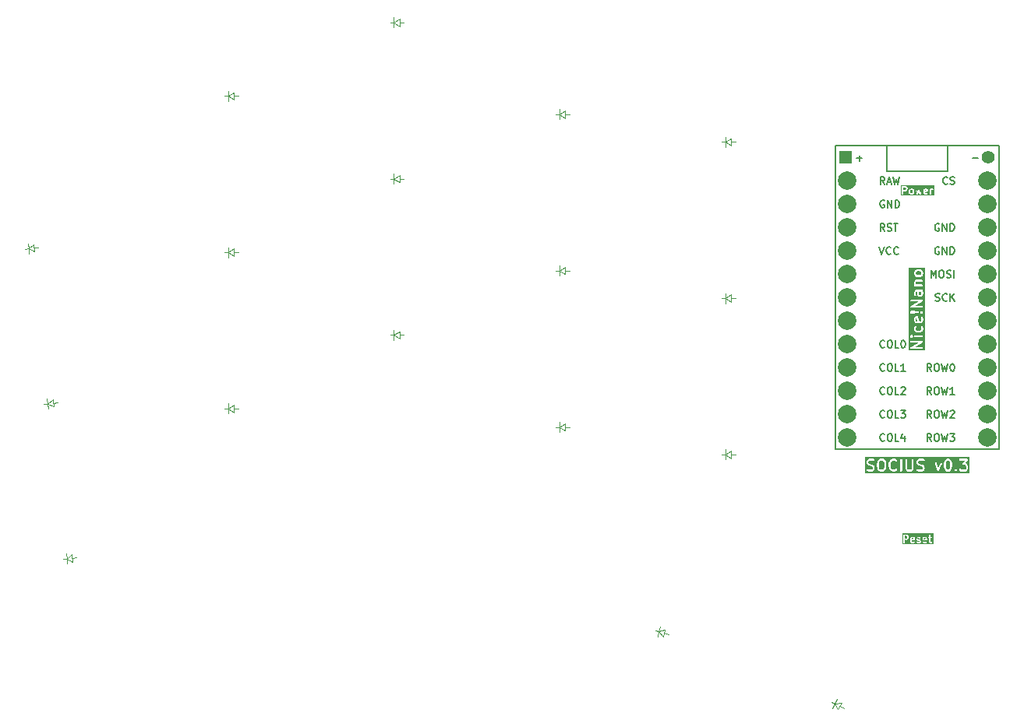
<source format=gbr>
%TF.GenerationSoftware,KiCad,Pcbnew,7.0.11*%
%TF.CreationDate,2024-03-07T19:05:48+13:00*%
%TF.ProjectId,socius-choc-v1,736f6369-7573-42d6-9368-6f632d76312e,v1.0.0*%
%TF.SameCoordinates,Original*%
%TF.FileFunction,Legend,Top*%
%TF.FilePolarity,Positive*%
%FSLAX46Y46*%
G04 Gerber Fmt 4.6, Leading zero omitted, Abs format (unit mm)*
G04 Created by KiCad (PCBNEW 7.0.11) date 2024-03-07 19:05:48*
%MOMM*%
%LPD*%
G01*
G04 APERTURE LIST*
%ADD10C,0.150000*%
%ADD11C,0.200000*%
%ADD12C,0.100000*%
%ADD13C,2.000000*%
%ADD14R,1.400000X1.400000*%
%ADD15C,1.400000*%
G04 APERTURE END LIST*
D10*
G36*
X252245993Y-162589925D02*
G01*
X252263626Y-162625191D01*
X252034037Y-162671109D01*
X252034037Y-162627920D01*
X252053033Y-162589926D01*
X252091029Y-162570928D01*
X252207999Y-162570928D01*
X252245993Y-162589925D01*
G37*
G36*
X253579326Y-162589925D02*
G01*
X253596959Y-162625191D01*
X253367370Y-162671109D01*
X253367370Y-162627920D01*
X253386366Y-162589926D01*
X253424362Y-162570928D01*
X253541332Y-162570928D01*
X253579326Y-162589925D01*
G37*
G36*
X251533658Y-162328996D02*
G01*
X251554541Y-162349879D01*
X251579276Y-162399348D01*
X251579276Y-162478222D01*
X251554541Y-162527691D01*
X251533658Y-162548575D01*
X251484190Y-162573309D01*
X251272133Y-162573309D01*
X251272133Y-162304262D01*
X251484190Y-162304262D01*
X251533658Y-162328996D01*
G37*
G36*
X254394803Y-163218548D02*
G01*
X251007847Y-163218548D01*
X251007847Y-163029262D01*
X251122133Y-163029262D01*
X251139680Y-163077471D01*
X251184109Y-163103123D01*
X251234633Y-163094214D01*
X251267610Y-163054914D01*
X251272133Y-163029262D01*
X251272133Y-162723309D01*
X251348560Y-162723309D01*
X251592833Y-163072271D01*
X251634855Y-163101703D01*
X251685963Y-163097240D01*
X251722245Y-163060968D01*
X251726723Y-163009861D01*
X251715718Y-162986252D01*
X251665825Y-162914976D01*
X251884037Y-162914976D01*
X251885570Y-162919189D01*
X251884529Y-162923551D01*
X251891955Y-162948517D01*
X251930051Y-163024708D01*
X251938204Y-163032427D01*
X251942671Y-163042732D01*
X251963592Y-163058249D01*
X252039782Y-163096344D01*
X252044235Y-163096856D01*
X252047671Y-163099739D01*
X252073323Y-163104262D01*
X252225704Y-163104262D01*
X252229916Y-163102728D01*
X252234278Y-163103771D01*
X252259245Y-163096344D01*
X252335436Y-163058249D01*
X252370708Y-163020995D01*
X252373783Y-162969785D01*
X252343220Y-162928579D01*
X252293321Y-162916658D01*
X252268354Y-162924085D01*
X252207999Y-162954262D01*
X252091028Y-162954262D01*
X252053034Y-162935265D01*
X252034037Y-162897270D01*
X252034037Y-162824080D01*
X252354698Y-162759949D01*
X252365285Y-162753509D01*
X252377490Y-162751357D01*
X252386524Y-162740590D01*
X252398530Y-162733288D01*
X252402500Y-162721550D01*
X252410467Y-162712057D01*
X252414990Y-162686405D01*
X252414990Y-162648309D01*
X252569751Y-162648309D01*
X252571284Y-162652522D01*
X252570243Y-162656884D01*
X252577669Y-162681850D01*
X252615765Y-162758041D01*
X252623918Y-162765760D01*
X252628385Y-162776065D01*
X252649306Y-162791582D01*
X252725496Y-162829677D01*
X252729949Y-162830189D01*
X252733385Y-162833072D01*
X252759037Y-162837595D01*
X252855618Y-162837595D01*
X252893611Y-162856591D01*
X252912609Y-162894586D01*
X252912609Y-162897270D01*
X252893611Y-162935265D01*
X252855618Y-162954262D01*
X252738647Y-162954262D01*
X252678292Y-162924085D01*
X252627325Y-162918220D01*
X252584512Y-162946487D01*
X252569886Y-162995661D01*
X252590289Y-163042732D01*
X252611210Y-163058249D01*
X252687401Y-163096344D01*
X252691854Y-163096856D01*
X252695290Y-163099739D01*
X252720942Y-163104262D01*
X252873323Y-163104262D01*
X252877536Y-163102728D01*
X252881897Y-163103770D01*
X252906864Y-163096344D01*
X252983054Y-163058249D01*
X252990774Y-163050094D01*
X253001077Y-163045629D01*
X253016595Y-163024708D01*
X253054691Y-162948518D01*
X253055203Y-162944063D01*
X253058086Y-162940628D01*
X253062609Y-162914976D01*
X253217370Y-162914976D01*
X253218903Y-162919189D01*
X253217862Y-162923551D01*
X253225288Y-162948517D01*
X253263384Y-163024708D01*
X253271537Y-163032427D01*
X253276004Y-163042732D01*
X253296925Y-163058249D01*
X253373115Y-163096344D01*
X253377568Y-163096856D01*
X253381004Y-163099739D01*
X253406656Y-163104262D01*
X253559037Y-163104262D01*
X253563249Y-163102728D01*
X253567611Y-163103771D01*
X253592578Y-163096344D01*
X253668769Y-163058249D01*
X253704041Y-163020995D01*
X253707116Y-162969785D01*
X253676553Y-162928579D01*
X253626654Y-162916658D01*
X253601687Y-162924085D01*
X253541332Y-162954262D01*
X253424361Y-162954262D01*
X253386367Y-162935265D01*
X253367370Y-162897270D01*
X253367370Y-162824080D01*
X253688031Y-162759949D01*
X253698618Y-162753509D01*
X253710823Y-162751357D01*
X253719857Y-162740590D01*
X253731863Y-162733288D01*
X253735833Y-162721550D01*
X253743800Y-162712057D01*
X253748323Y-162686405D01*
X253748323Y-162610214D01*
X253746789Y-162606000D01*
X253747831Y-162601640D01*
X253740405Y-162576673D01*
X253702310Y-162500483D01*
X253694155Y-162492762D01*
X253689882Y-162482904D01*
X253828033Y-162482904D01*
X253836942Y-162533428D01*
X253876242Y-162566405D01*
X253901894Y-162570928D01*
X253941180Y-162570928D01*
X253941180Y-162914976D01*
X253942713Y-162919188D01*
X253941671Y-162923550D01*
X253949098Y-162948517D01*
X253987193Y-163024708D01*
X253995346Y-163032427D01*
X253999813Y-163042732D01*
X254020734Y-163058249D01*
X254096924Y-163096344D01*
X254101377Y-163096856D01*
X254104813Y-163099739D01*
X254130465Y-163104262D01*
X254206656Y-163104262D01*
X254254865Y-163086715D01*
X254280517Y-163042286D01*
X254271608Y-162991762D01*
X254232308Y-162958785D01*
X254206656Y-162954262D01*
X254148170Y-162954262D01*
X254110176Y-162935265D01*
X254091180Y-162897271D01*
X254091180Y-162570928D01*
X254206656Y-162570928D01*
X254254865Y-162553381D01*
X254280517Y-162508952D01*
X254271608Y-162458428D01*
X254232308Y-162425451D01*
X254206656Y-162420928D01*
X254091180Y-162420928D01*
X254091180Y-162229262D01*
X254073633Y-162181053D01*
X254029204Y-162155401D01*
X253978680Y-162164310D01*
X253945703Y-162203610D01*
X253941180Y-162229262D01*
X253941180Y-162420928D01*
X253901894Y-162420928D01*
X253853685Y-162438475D01*
X253828033Y-162482904D01*
X253689882Y-162482904D01*
X253689690Y-162482460D01*
X253668769Y-162466942D01*
X253592578Y-162428846D01*
X253588124Y-162428333D01*
X253584689Y-162425451D01*
X253559037Y-162420928D01*
X253406656Y-162420928D01*
X253402441Y-162422461D01*
X253398080Y-162421420D01*
X253373114Y-162428847D01*
X253296924Y-162466942D01*
X253289203Y-162475096D01*
X253278902Y-162479562D01*
X253263384Y-162500483D01*
X253225288Y-162576672D01*
X253224775Y-162581126D01*
X253221893Y-162584562D01*
X253217370Y-162610214D01*
X253217370Y-162914976D01*
X253062609Y-162914976D01*
X253062609Y-162876881D01*
X253061075Y-162872667D01*
X253062117Y-162868306D01*
X253054691Y-162843339D01*
X253016595Y-162767149D01*
X253008441Y-162759429D01*
X253003975Y-162749125D01*
X252983054Y-162733608D01*
X252906864Y-162695513D01*
X252902410Y-162695000D01*
X252898975Y-162692118D01*
X252873323Y-162687595D01*
X252776742Y-162687595D01*
X252738748Y-162668598D01*
X252719751Y-162630603D01*
X252719751Y-162627920D01*
X252738747Y-162589926D01*
X252776743Y-162570928D01*
X252855617Y-162570928D01*
X252915971Y-162601105D01*
X252966938Y-162606971D01*
X253009751Y-162578705D01*
X253024378Y-162529531D01*
X253003975Y-162482460D01*
X252983054Y-162466942D01*
X252906865Y-162428846D01*
X252902410Y-162428333D01*
X252898975Y-162425451D01*
X252873323Y-162420928D01*
X252759037Y-162420928D01*
X252754822Y-162422461D01*
X252750461Y-162421420D01*
X252725495Y-162428847D01*
X252649305Y-162466942D01*
X252641584Y-162475096D01*
X252631283Y-162479562D01*
X252615765Y-162500483D01*
X252577669Y-162576672D01*
X252577156Y-162581126D01*
X252574274Y-162584562D01*
X252569751Y-162610214D01*
X252569751Y-162648309D01*
X252414990Y-162648309D01*
X252414990Y-162610214D01*
X252413456Y-162606000D01*
X252414498Y-162601640D01*
X252407072Y-162576673D01*
X252368977Y-162500483D01*
X252360822Y-162492762D01*
X252356357Y-162482460D01*
X252335436Y-162466942D01*
X252259245Y-162428846D01*
X252254791Y-162428333D01*
X252251356Y-162425451D01*
X252225704Y-162420928D01*
X252073323Y-162420928D01*
X252069108Y-162422461D01*
X252064747Y-162421420D01*
X252039781Y-162428847D01*
X251963591Y-162466942D01*
X251955870Y-162475096D01*
X251945569Y-162479562D01*
X251930051Y-162500483D01*
X251891955Y-162576672D01*
X251891442Y-162581126D01*
X251888560Y-162584562D01*
X251884037Y-162610214D01*
X251884037Y-162914976D01*
X251665825Y-162914976D01*
X251527721Y-162717685D01*
X251535436Y-162715391D01*
X251611626Y-162677296D01*
X251612751Y-162676106D01*
X251631118Y-162663247D01*
X251669213Y-162625152D01*
X251669905Y-162623666D01*
X251683262Y-162605660D01*
X251721358Y-162529470D01*
X251721870Y-162525015D01*
X251724753Y-162521580D01*
X251729276Y-162495928D01*
X251729276Y-162381643D01*
X251727742Y-162377429D01*
X251728784Y-162373068D01*
X251721358Y-162348101D01*
X251683262Y-162271911D01*
X251682072Y-162270785D01*
X251669213Y-162252419D01*
X251631118Y-162214324D01*
X251629636Y-162213633D01*
X251611626Y-162200275D01*
X251535436Y-162162180D01*
X251530982Y-162161667D01*
X251527547Y-162158785D01*
X251501895Y-162154262D01*
X251197133Y-162154262D01*
X251178824Y-162160925D01*
X251159633Y-162164310D01*
X251155282Y-162169494D01*
X251148924Y-162171809D01*
X251139181Y-162188682D01*
X251126656Y-162203610D01*
X251124938Y-162213352D01*
X251123272Y-162216238D01*
X251123850Y-162219520D01*
X251122133Y-162229262D01*
X251122133Y-163029262D01*
X251007847Y-163029262D01*
X251007847Y-162039976D01*
X254394803Y-162039976D01*
X254394803Y-163218548D01*
G37*
G36*
X252124135Y-124695663D02*
G01*
X252145018Y-124716546D01*
X252169752Y-124766014D01*
X252169752Y-124959176D01*
X252145017Y-125008644D01*
X252124134Y-125029528D01*
X252074666Y-125054262D01*
X251995790Y-125054262D01*
X251946322Y-125029528D01*
X251925438Y-125008643D01*
X251900704Y-124959175D01*
X251900704Y-124766015D01*
X251925438Y-124716547D01*
X251946321Y-124695663D01*
X251995791Y-124670928D01*
X252074666Y-124670928D01*
X252124135Y-124695663D01*
G37*
G36*
X253674565Y-124689925D02*
G01*
X253692198Y-124725191D01*
X253462609Y-124771109D01*
X253462609Y-124727920D01*
X253481605Y-124689926D01*
X253519601Y-124670928D01*
X253636571Y-124670928D01*
X253674565Y-124689925D01*
G37*
G36*
X251400325Y-124428996D02*
G01*
X251421208Y-124449879D01*
X251445943Y-124499348D01*
X251445943Y-124578222D01*
X251421208Y-124627691D01*
X251400325Y-124648575D01*
X251350857Y-124673309D01*
X251138800Y-124673309D01*
X251138800Y-124404262D01*
X251350857Y-124404262D01*
X251400325Y-124428996D01*
G37*
G36*
X254528137Y-125318548D02*
G01*
X250874514Y-125318548D01*
X250874514Y-125129262D01*
X250988800Y-125129262D01*
X251006347Y-125177471D01*
X251050776Y-125203123D01*
X251101300Y-125194214D01*
X251134277Y-125154914D01*
X251138800Y-125129262D01*
X251138800Y-124976881D01*
X251750704Y-124976881D01*
X251752237Y-124981094D01*
X251751196Y-124985456D01*
X251758622Y-125010423D01*
X251796718Y-125086612D01*
X251797906Y-125087737D01*
X251810766Y-125106103D01*
X251848861Y-125144199D01*
X251850342Y-125144889D01*
X251868354Y-125158249D01*
X251944544Y-125196344D01*
X251948997Y-125196856D01*
X251952433Y-125199739D01*
X251978085Y-125204262D01*
X252092371Y-125204262D01*
X252096583Y-125202728D01*
X252100945Y-125203771D01*
X252125912Y-125196344D01*
X252202103Y-125158249D01*
X252203227Y-125157061D01*
X252221596Y-125144199D01*
X252259691Y-125106103D01*
X252260382Y-125104620D01*
X252273739Y-125086612D01*
X252311834Y-125010422D01*
X252312346Y-125005968D01*
X252315229Y-125002533D01*
X252319752Y-124976881D01*
X252319752Y-124748309D01*
X252318218Y-124744095D01*
X252319260Y-124739735D01*
X252311834Y-124714768D01*
X252273739Y-124638578D01*
X252272549Y-124637452D01*
X252259690Y-124619086D01*
X252231228Y-124590624D01*
X252436607Y-124590624D01*
X252439305Y-124616532D01*
X252591686Y-125149866D01*
X252592600Y-125151127D01*
X252592552Y-125152685D01*
X252607562Y-125171761D01*
X252621802Y-125191400D01*
X252623312Y-125191778D01*
X252624276Y-125193003D01*
X252648031Y-125197966D01*
X252671568Y-125203859D01*
X252672969Y-125203177D01*
X252674495Y-125203496D01*
X252695883Y-125192028D01*
X252717701Y-125181413D01*
X252718336Y-125179990D01*
X252719709Y-125179254D01*
X252733436Y-125157116D01*
X252816181Y-124950253D01*
X252898926Y-125157116D01*
X252899965Y-125158278D01*
X252900076Y-125159833D01*
X252916951Y-125177275D01*
X252933123Y-125195361D01*
X252934664Y-125195583D01*
X252935748Y-125196703D01*
X252959880Y-125199216D01*
X252983901Y-125202677D01*
X252985225Y-125201855D01*
X252986775Y-125202017D01*
X253006885Y-125188424D01*
X253027502Y-125175641D01*
X253027988Y-125174162D01*
X253029280Y-125173289D01*
X253040676Y-125149866D01*
X253079216Y-125014976D01*
X253312609Y-125014976D01*
X253314142Y-125019189D01*
X253313101Y-125023551D01*
X253320527Y-125048517D01*
X253358623Y-125124708D01*
X253366776Y-125132427D01*
X253371243Y-125142732D01*
X253392164Y-125158249D01*
X253468354Y-125196344D01*
X253472807Y-125196856D01*
X253476243Y-125199739D01*
X253501895Y-125204262D01*
X253654276Y-125204262D01*
X253658488Y-125202728D01*
X253662850Y-125203771D01*
X253687817Y-125196344D01*
X253764008Y-125158249D01*
X253791453Y-125129262D01*
X254036419Y-125129262D01*
X254053966Y-125177471D01*
X254098395Y-125203123D01*
X254148919Y-125194214D01*
X254181896Y-125154914D01*
X254186419Y-125129262D01*
X254186419Y-124766014D01*
X254211153Y-124716546D01*
X254232036Y-124695662D01*
X254281505Y-124670928D01*
X254339990Y-124670928D01*
X254388199Y-124653381D01*
X254413851Y-124608952D01*
X254404942Y-124558428D01*
X254365642Y-124525451D01*
X254339990Y-124520928D01*
X254263800Y-124520928D01*
X254259586Y-124522461D01*
X254255225Y-124521420D01*
X254230258Y-124528846D01*
X254172512Y-124557719D01*
X254168872Y-124547719D01*
X254124443Y-124522067D01*
X254073919Y-124530976D01*
X254040942Y-124570276D01*
X254036419Y-124595928D01*
X254036419Y-125129262D01*
X253791453Y-125129262D01*
X253799280Y-125120995D01*
X253802355Y-125069785D01*
X253771792Y-125028579D01*
X253721893Y-125016658D01*
X253696926Y-125024085D01*
X253636571Y-125054262D01*
X253519600Y-125054262D01*
X253481606Y-125035265D01*
X253462609Y-124997270D01*
X253462609Y-124924080D01*
X253783270Y-124859949D01*
X253793857Y-124853509D01*
X253806062Y-124851357D01*
X253815096Y-124840590D01*
X253827102Y-124833288D01*
X253831072Y-124821550D01*
X253839039Y-124812057D01*
X253843562Y-124786405D01*
X253843562Y-124710214D01*
X253842028Y-124706000D01*
X253843070Y-124701640D01*
X253835644Y-124676673D01*
X253797549Y-124600483D01*
X253789394Y-124592762D01*
X253784929Y-124582460D01*
X253764008Y-124566942D01*
X253687817Y-124528846D01*
X253683363Y-124528333D01*
X253679928Y-124525451D01*
X253654276Y-124520928D01*
X253501895Y-124520928D01*
X253497680Y-124522461D01*
X253493319Y-124521420D01*
X253468353Y-124528847D01*
X253392163Y-124566942D01*
X253384442Y-124575096D01*
X253374141Y-124579562D01*
X253358623Y-124600483D01*
X253320527Y-124676672D01*
X253320014Y-124681126D01*
X253317132Y-124684562D01*
X253312609Y-124710214D01*
X253312609Y-125014976D01*
X253079216Y-125014976D01*
X253193057Y-124616532D01*
X253189430Y-124565357D01*
X253153757Y-124528487D01*
X253102730Y-124523173D01*
X253060225Y-124551901D01*
X253048829Y-124575324D01*
X252956718Y-124897709D01*
X252885817Y-124720455D01*
X252870203Y-124702994D01*
X252855705Y-124684568D01*
X252853273Y-124684059D01*
X252851620Y-124682211D01*
X252828435Y-124678870D01*
X252805486Y-124674075D01*
X252803298Y-124675247D01*
X252800842Y-124674894D01*
X252780930Y-124687240D01*
X252760272Y-124698317D01*
X252758525Y-124701133D01*
X252757241Y-124701930D01*
X252756348Y-124704644D01*
X252746545Y-124720455D01*
X252675643Y-124897709D01*
X252583533Y-124575324D01*
X252553417Y-124533790D01*
X252503651Y-124521331D01*
X252457518Y-124543777D01*
X252436607Y-124590624D01*
X252231228Y-124590624D01*
X252221595Y-124580991D01*
X252220110Y-124580298D01*
X252202103Y-124566942D01*
X252125912Y-124528846D01*
X252121458Y-124528333D01*
X252118023Y-124525451D01*
X252092371Y-124520928D01*
X251978085Y-124520928D01*
X251973870Y-124522461D01*
X251969509Y-124521420D01*
X251944543Y-124528847D01*
X251868353Y-124566942D01*
X251867225Y-124568133D01*
X251848862Y-124580991D01*
X251810767Y-124619086D01*
X251810074Y-124620570D01*
X251796718Y-124638578D01*
X251758622Y-124714767D01*
X251758109Y-124719221D01*
X251755227Y-124722657D01*
X251750704Y-124748309D01*
X251750704Y-124976881D01*
X251138800Y-124976881D01*
X251138800Y-124823309D01*
X251368562Y-124823309D01*
X251372775Y-124821775D01*
X251377136Y-124822817D01*
X251402103Y-124815391D01*
X251478293Y-124777296D01*
X251479418Y-124776106D01*
X251497785Y-124763247D01*
X251535880Y-124725152D01*
X251536572Y-124723666D01*
X251549929Y-124705660D01*
X251588025Y-124629470D01*
X251588537Y-124625015D01*
X251591420Y-124621580D01*
X251595943Y-124595928D01*
X251595943Y-124481643D01*
X251594409Y-124477429D01*
X251595451Y-124473068D01*
X251588025Y-124448101D01*
X251549929Y-124371911D01*
X251548739Y-124370785D01*
X251535880Y-124352419D01*
X251497785Y-124314324D01*
X251496303Y-124313633D01*
X251478293Y-124300275D01*
X251402103Y-124262180D01*
X251397649Y-124261667D01*
X251394214Y-124258785D01*
X251368562Y-124254262D01*
X251063800Y-124254262D01*
X251045491Y-124260925D01*
X251026300Y-124264310D01*
X251021949Y-124269494D01*
X251015591Y-124271809D01*
X251005848Y-124288682D01*
X250993323Y-124303610D01*
X250991605Y-124313352D01*
X250989939Y-124316238D01*
X250990517Y-124319520D01*
X250988800Y-124329262D01*
X250988800Y-125129262D01*
X250874514Y-125129262D01*
X250874514Y-124139976D01*
X254528137Y-124139976D01*
X254528137Y-125318548D01*
G37*
G36*
X252124135Y-124695663D02*
G01*
X252145018Y-124716546D01*
X252169752Y-124766014D01*
X252169752Y-124959176D01*
X252145017Y-125008644D01*
X252124134Y-125029528D01*
X252074666Y-125054262D01*
X251995790Y-125054262D01*
X251946322Y-125029528D01*
X251925438Y-125008643D01*
X251900704Y-124959175D01*
X251900704Y-124766015D01*
X251925438Y-124716547D01*
X251946321Y-124695663D01*
X251995791Y-124670928D01*
X252074666Y-124670928D01*
X252124135Y-124695663D01*
G37*
G36*
X253674565Y-124689925D02*
G01*
X253692198Y-124725191D01*
X253462609Y-124771109D01*
X253462609Y-124727920D01*
X253481605Y-124689926D01*
X253519601Y-124670928D01*
X253636571Y-124670928D01*
X253674565Y-124689925D01*
G37*
G36*
X251400325Y-124428996D02*
G01*
X251421208Y-124449879D01*
X251445943Y-124499348D01*
X251445943Y-124578222D01*
X251421208Y-124627691D01*
X251400325Y-124648575D01*
X251350857Y-124673309D01*
X251138800Y-124673309D01*
X251138800Y-124404262D01*
X251350857Y-124404262D01*
X251400325Y-124428996D01*
G37*
G36*
X254528137Y-125318548D02*
G01*
X250874514Y-125318548D01*
X250874514Y-125129262D01*
X250988800Y-125129262D01*
X251006347Y-125177471D01*
X251050776Y-125203123D01*
X251101300Y-125194214D01*
X251134277Y-125154914D01*
X251138800Y-125129262D01*
X251138800Y-124976881D01*
X251750704Y-124976881D01*
X251752237Y-124981094D01*
X251751196Y-124985456D01*
X251758622Y-125010423D01*
X251796718Y-125086612D01*
X251797906Y-125087737D01*
X251810766Y-125106103D01*
X251848861Y-125144199D01*
X251850342Y-125144889D01*
X251868354Y-125158249D01*
X251944544Y-125196344D01*
X251948997Y-125196856D01*
X251952433Y-125199739D01*
X251978085Y-125204262D01*
X252092371Y-125204262D01*
X252096583Y-125202728D01*
X252100945Y-125203771D01*
X252125912Y-125196344D01*
X252202103Y-125158249D01*
X252203227Y-125157061D01*
X252221596Y-125144199D01*
X252259691Y-125106103D01*
X252260382Y-125104620D01*
X252273739Y-125086612D01*
X252311834Y-125010422D01*
X252312346Y-125005968D01*
X252315229Y-125002533D01*
X252319752Y-124976881D01*
X252319752Y-124748309D01*
X252318218Y-124744095D01*
X252319260Y-124739735D01*
X252311834Y-124714768D01*
X252273739Y-124638578D01*
X252272549Y-124637452D01*
X252259690Y-124619086D01*
X252231228Y-124590624D01*
X252436607Y-124590624D01*
X252439305Y-124616532D01*
X252591686Y-125149866D01*
X252592600Y-125151127D01*
X252592552Y-125152685D01*
X252607562Y-125171761D01*
X252621802Y-125191400D01*
X252623312Y-125191778D01*
X252624276Y-125193003D01*
X252648031Y-125197966D01*
X252671568Y-125203859D01*
X252672969Y-125203177D01*
X252674495Y-125203496D01*
X252695883Y-125192028D01*
X252717701Y-125181413D01*
X252718336Y-125179990D01*
X252719709Y-125179254D01*
X252733436Y-125157116D01*
X252816181Y-124950253D01*
X252898926Y-125157116D01*
X252899965Y-125158278D01*
X252900076Y-125159833D01*
X252916951Y-125177275D01*
X252933123Y-125195361D01*
X252934664Y-125195583D01*
X252935748Y-125196703D01*
X252959880Y-125199216D01*
X252983901Y-125202677D01*
X252985225Y-125201855D01*
X252986775Y-125202017D01*
X253006885Y-125188424D01*
X253027502Y-125175641D01*
X253027988Y-125174162D01*
X253029280Y-125173289D01*
X253040676Y-125149866D01*
X253079216Y-125014976D01*
X253312609Y-125014976D01*
X253314142Y-125019189D01*
X253313101Y-125023551D01*
X253320527Y-125048517D01*
X253358623Y-125124708D01*
X253366776Y-125132427D01*
X253371243Y-125142732D01*
X253392164Y-125158249D01*
X253468354Y-125196344D01*
X253472807Y-125196856D01*
X253476243Y-125199739D01*
X253501895Y-125204262D01*
X253654276Y-125204262D01*
X253658488Y-125202728D01*
X253662850Y-125203771D01*
X253687817Y-125196344D01*
X253764008Y-125158249D01*
X253791453Y-125129262D01*
X254036419Y-125129262D01*
X254053966Y-125177471D01*
X254098395Y-125203123D01*
X254148919Y-125194214D01*
X254181896Y-125154914D01*
X254186419Y-125129262D01*
X254186419Y-124766014D01*
X254211153Y-124716546D01*
X254232036Y-124695662D01*
X254281505Y-124670928D01*
X254339990Y-124670928D01*
X254388199Y-124653381D01*
X254413851Y-124608952D01*
X254404942Y-124558428D01*
X254365642Y-124525451D01*
X254339990Y-124520928D01*
X254263800Y-124520928D01*
X254259586Y-124522461D01*
X254255225Y-124521420D01*
X254230258Y-124528846D01*
X254172512Y-124557719D01*
X254168872Y-124547719D01*
X254124443Y-124522067D01*
X254073919Y-124530976D01*
X254040942Y-124570276D01*
X254036419Y-124595928D01*
X254036419Y-125129262D01*
X253791453Y-125129262D01*
X253799280Y-125120995D01*
X253802355Y-125069785D01*
X253771792Y-125028579D01*
X253721893Y-125016658D01*
X253696926Y-125024085D01*
X253636571Y-125054262D01*
X253519600Y-125054262D01*
X253481606Y-125035265D01*
X253462609Y-124997270D01*
X253462609Y-124924080D01*
X253783270Y-124859949D01*
X253793857Y-124853509D01*
X253806062Y-124851357D01*
X253815096Y-124840590D01*
X253827102Y-124833288D01*
X253831072Y-124821550D01*
X253839039Y-124812057D01*
X253843562Y-124786405D01*
X253843562Y-124710214D01*
X253842028Y-124706000D01*
X253843070Y-124701640D01*
X253835644Y-124676673D01*
X253797549Y-124600483D01*
X253789394Y-124592762D01*
X253784929Y-124582460D01*
X253764008Y-124566942D01*
X253687817Y-124528846D01*
X253683363Y-124528333D01*
X253679928Y-124525451D01*
X253654276Y-124520928D01*
X253501895Y-124520928D01*
X253497680Y-124522461D01*
X253493319Y-124521420D01*
X253468353Y-124528847D01*
X253392163Y-124566942D01*
X253384442Y-124575096D01*
X253374141Y-124579562D01*
X253358623Y-124600483D01*
X253320527Y-124676672D01*
X253320014Y-124681126D01*
X253317132Y-124684562D01*
X253312609Y-124710214D01*
X253312609Y-125014976D01*
X253079216Y-125014976D01*
X253193057Y-124616532D01*
X253189430Y-124565357D01*
X253153757Y-124528487D01*
X253102730Y-124523173D01*
X253060225Y-124551901D01*
X253048829Y-124575324D01*
X252956718Y-124897709D01*
X252885817Y-124720455D01*
X252870203Y-124702994D01*
X252855705Y-124684568D01*
X252853273Y-124684059D01*
X252851620Y-124682211D01*
X252828435Y-124678870D01*
X252805486Y-124674075D01*
X252803298Y-124675247D01*
X252800842Y-124674894D01*
X252780930Y-124687240D01*
X252760272Y-124698317D01*
X252758525Y-124701133D01*
X252757241Y-124701930D01*
X252756348Y-124704644D01*
X252746545Y-124720455D01*
X252675643Y-124897709D01*
X252583533Y-124575324D01*
X252553417Y-124533790D01*
X252503651Y-124521331D01*
X252457518Y-124543777D01*
X252436607Y-124590624D01*
X252231228Y-124590624D01*
X252221595Y-124580991D01*
X252220110Y-124580298D01*
X252202103Y-124566942D01*
X252125912Y-124528846D01*
X252121458Y-124528333D01*
X252118023Y-124525451D01*
X252092371Y-124520928D01*
X251978085Y-124520928D01*
X251973870Y-124522461D01*
X251969509Y-124521420D01*
X251944543Y-124528847D01*
X251868353Y-124566942D01*
X251867225Y-124568133D01*
X251848862Y-124580991D01*
X251810767Y-124619086D01*
X251810074Y-124620570D01*
X251796718Y-124638578D01*
X251758622Y-124714767D01*
X251758109Y-124719221D01*
X251755227Y-124722657D01*
X251750704Y-124748309D01*
X251750704Y-124976881D01*
X251138800Y-124976881D01*
X251138800Y-124823309D01*
X251368562Y-124823309D01*
X251372775Y-124821775D01*
X251377136Y-124822817D01*
X251402103Y-124815391D01*
X251478293Y-124777296D01*
X251479418Y-124776106D01*
X251497785Y-124763247D01*
X251535880Y-124725152D01*
X251536572Y-124723666D01*
X251549929Y-124705660D01*
X251588025Y-124629470D01*
X251588537Y-124625015D01*
X251591420Y-124621580D01*
X251595943Y-124595928D01*
X251595943Y-124481643D01*
X251594409Y-124477429D01*
X251595451Y-124473068D01*
X251588025Y-124448101D01*
X251549929Y-124371911D01*
X251548739Y-124370785D01*
X251535880Y-124352419D01*
X251497785Y-124314324D01*
X251496303Y-124313633D01*
X251478293Y-124300275D01*
X251402103Y-124262180D01*
X251397649Y-124261667D01*
X251394214Y-124258785D01*
X251368562Y-124254262D01*
X251063800Y-124254262D01*
X251045491Y-124260925D01*
X251026300Y-124264310D01*
X251021949Y-124269494D01*
X251015591Y-124271809D01*
X251005848Y-124288682D01*
X250993323Y-124303610D01*
X250991605Y-124313352D01*
X250989939Y-124316238D01*
X250990517Y-124319520D01*
X250988800Y-124329262D01*
X250988800Y-125129262D01*
X250874514Y-125129262D01*
X250874514Y-124139976D01*
X254528137Y-124139976D01*
X254528137Y-125318548D01*
G37*
D11*
G36*
X248956942Y-154151037D02*
G01*
X249040169Y-154234264D01*
X249087608Y-154424019D01*
X249087608Y-154799399D01*
X249040169Y-154989155D01*
X248956942Y-155072381D01*
X248878287Y-155111709D01*
X248696929Y-155111709D01*
X248618273Y-155072381D01*
X248535046Y-154989154D01*
X248487608Y-154799399D01*
X248487608Y-154424019D01*
X248535046Y-154234264D01*
X248618273Y-154151037D01*
X248696929Y-154111709D01*
X248878286Y-154111709D01*
X248956942Y-154151037D01*
G37*
G36*
X256099801Y-154151037D02*
G01*
X256133994Y-154185230D01*
X256178971Y-154275184D01*
X256230466Y-154481162D01*
X256230466Y-154742256D01*
X256178971Y-154948234D01*
X256133994Y-155038188D01*
X256099801Y-155072381D01*
X256021145Y-155111709D01*
X255954073Y-155111709D01*
X255875416Y-155072381D01*
X255841223Y-155038187D01*
X255796246Y-154948233D01*
X255744752Y-154742257D01*
X255744752Y-154481162D01*
X255796246Y-154275186D01*
X255841223Y-154185231D01*
X255875415Y-154151038D01*
X255954073Y-154111709D01*
X256021145Y-154111709D01*
X256099801Y-154151037D01*
G37*
G36*
X258316181Y-155483138D02*
G01*
X246973322Y-155483138D01*
X246973322Y-154354567D01*
X247144751Y-154354567D01*
X247151874Y-154376490D01*
X247155308Y-154399289D01*
X247212452Y-154513574D01*
X247223824Y-154525120D01*
X247231183Y-154539563D01*
X247288326Y-154596705D01*
X247302765Y-154604062D01*
X247314315Y-154615438D01*
X247428601Y-154672581D01*
X247439621Y-154674240D01*
X247449068Y-154680152D01*
X247666989Y-154734632D01*
X247756944Y-154779609D01*
X247791135Y-154813800D01*
X247830465Y-154892458D01*
X247830465Y-154959530D01*
X247791135Y-155038189D01*
X247756944Y-155072380D01*
X247678287Y-155111709D01*
X247432407Y-155111709D01*
X247276373Y-155059699D01*
X247214571Y-155059229D01*
X247164297Y-155095176D01*
X247144753Y-155153809D01*
X247163405Y-155212730D01*
X247213129Y-155249435D01*
X247384558Y-155306578D01*
X247400766Y-155306701D01*
X247416180Y-155311709D01*
X247701894Y-155311709D01*
X247723817Y-155304585D01*
X247746615Y-155301152D01*
X247860901Y-155244010D01*
X247872450Y-155232635D01*
X247886891Y-155225277D01*
X247944034Y-155168134D01*
X247951392Y-155153691D01*
X247962765Y-155142145D01*
X248019908Y-155027859D01*
X248023341Y-155005061D01*
X248030465Y-154983138D01*
X248030465Y-154868852D01*
X248023341Y-154846928D01*
X248019908Y-154824131D01*
X248013697Y-154811709D01*
X248287608Y-154811709D01*
X248291454Y-154823546D01*
X248290594Y-154835963D01*
X248347737Y-155064535D01*
X248361909Y-155087183D01*
X248374040Y-155110992D01*
X248488326Y-155225278D01*
X248502769Y-155232637D01*
X248514316Y-155244010D01*
X248628601Y-155301152D01*
X248651398Y-155304585D01*
X248673322Y-155311709D01*
X248901894Y-155311709D01*
X248923817Y-155304585D01*
X248946615Y-155301152D01*
X249060900Y-155244010D01*
X249072447Y-155232636D01*
X249086890Y-155225278D01*
X249201176Y-155110992D01*
X249213309Y-155087180D01*
X249227479Y-155064535D01*
X249284622Y-154835962D01*
X249283761Y-154823546D01*
X249287608Y-154811709D01*
X249287608Y-154697424D01*
X249544751Y-154697424D01*
X249548597Y-154709261D01*
X249547737Y-154721678D01*
X249604880Y-154950249D01*
X249610791Y-154959695D01*
X249612451Y-154970716D01*
X249669594Y-155085003D01*
X249680968Y-155096551D01*
X249688326Y-155110991D01*
X249802611Y-155225277D01*
X249823152Y-155235743D01*
X249841700Y-155249435D01*
X250013129Y-155306578D01*
X250029337Y-155306701D01*
X250044751Y-155311709D01*
X250159037Y-155311709D01*
X250174452Y-155306700D01*
X250190659Y-155306577D01*
X250362088Y-155249435D01*
X250380634Y-155235744D01*
X250401176Y-155225278D01*
X250414745Y-155211709D01*
X250801894Y-155211709D01*
X250820992Y-155270488D01*
X250870992Y-155306815D01*
X250932796Y-155306815D01*
X250982796Y-155270488D01*
X251001894Y-155211709D01*
X251001894Y-154983138D01*
X251373323Y-154983138D01*
X251380446Y-155005061D01*
X251383880Y-155027859D01*
X251441023Y-155142146D01*
X251452397Y-155153693D01*
X251459755Y-155168135D01*
X251516898Y-155225277D01*
X251531339Y-155232635D01*
X251542888Y-155244010D01*
X251657173Y-155301152D01*
X251679970Y-155304585D01*
X251701894Y-155311709D01*
X251930466Y-155311709D01*
X251952389Y-155304585D01*
X251975187Y-155301152D01*
X252089472Y-155244010D01*
X252101019Y-155232636D01*
X252115462Y-155225278D01*
X252172604Y-155168135D01*
X252179962Y-155153693D01*
X252191337Y-155142145D01*
X252248480Y-155027859D01*
X252251913Y-155005061D01*
X252259037Y-154983138D01*
X252259037Y-154354567D01*
X252573323Y-154354567D01*
X252580446Y-154376490D01*
X252583880Y-154399289D01*
X252641024Y-154513574D01*
X252652396Y-154525120D01*
X252659755Y-154539563D01*
X252716898Y-154596705D01*
X252731337Y-154604062D01*
X252742887Y-154615438D01*
X252857173Y-154672581D01*
X252868193Y-154674240D01*
X252877640Y-154680152D01*
X253095561Y-154734632D01*
X253185516Y-154779609D01*
X253219707Y-154813800D01*
X253259037Y-154892458D01*
X253259037Y-154959530D01*
X253219707Y-155038189D01*
X253185516Y-155072380D01*
X253106859Y-155111709D01*
X252860979Y-155111709D01*
X252704945Y-155059699D01*
X252643143Y-155059229D01*
X252592869Y-155095176D01*
X252573325Y-155153809D01*
X252591977Y-155212730D01*
X252641701Y-155249435D01*
X252813130Y-155306578D01*
X252829338Y-155306701D01*
X252844752Y-155311709D01*
X253130466Y-155311709D01*
X253152389Y-155304585D01*
X253175187Y-155301152D01*
X253289473Y-155244010D01*
X253301022Y-155232635D01*
X253315463Y-155225277D01*
X253372606Y-155168134D01*
X253379964Y-155153691D01*
X253391337Y-155142145D01*
X253448480Y-155027859D01*
X253451913Y-155005061D01*
X253459037Y-154983138D01*
X253459037Y-154868852D01*
X253451913Y-154846928D01*
X253448480Y-154824131D01*
X253391337Y-154709845D01*
X253379963Y-154698298D01*
X253372606Y-154683857D01*
X253315463Y-154626714D01*
X253301023Y-154619356D01*
X253289474Y-154607981D01*
X253175187Y-154550838D01*
X253164166Y-154549178D01*
X253154720Y-154543267D01*
X252936796Y-154488786D01*
X252846843Y-154443808D01*
X252812651Y-154409615D01*
X252799626Y-154383565D01*
X254577365Y-154383565D01*
X254579149Y-154445343D01*
X254864863Y-155245343D01*
X254882062Y-155267633D01*
X254897948Y-155290881D01*
X254900780Y-155291892D01*
X254902618Y-155294274D01*
X254929636Y-155302198D01*
X254956151Y-155311668D01*
X254959037Y-155310821D01*
X254961923Y-155311668D01*
X254988437Y-155302198D01*
X255015456Y-155294274D01*
X255017293Y-155291892D01*
X255020126Y-155290881D01*
X255036014Y-155267629D01*
X255053211Y-155245343D01*
X255228489Y-154754567D01*
X255544752Y-154754567D01*
X255548598Y-154766404D01*
X255547738Y-154778821D01*
X255604881Y-155007392D01*
X255610792Y-155016838D01*
X255612452Y-155027859D01*
X255669595Y-155142146D01*
X255680969Y-155153693D01*
X255688327Y-155168135D01*
X255745470Y-155225277D01*
X255759911Y-155232635D01*
X255771460Y-155244010D01*
X255885745Y-155301152D01*
X255908542Y-155304585D01*
X255930466Y-155311709D01*
X256044752Y-155311709D01*
X256066675Y-155304585D01*
X256089473Y-155301152D01*
X256203759Y-155244010D01*
X256215306Y-155232636D01*
X256229749Y-155225278D01*
X256284815Y-155170211D01*
X256688840Y-155170211D01*
X256696030Y-155184322D01*
X256698508Y-155199966D01*
X256709708Y-155211166D01*
X256716899Y-155225278D01*
X256774042Y-155282421D01*
X256788153Y-155289610D01*
X256799352Y-155300810D01*
X256807322Y-155302072D01*
X256813850Y-155306815D01*
X256821919Y-155306815D01*
X256829110Y-155310479D01*
X256844752Y-155308001D01*
X256860394Y-155310479D01*
X256867585Y-155306815D01*
X256875654Y-155306815D01*
X256882181Y-155302072D01*
X256890152Y-155300810D01*
X256901352Y-155289609D01*
X256915462Y-155282420D01*
X256972605Y-155225278D01*
X256979795Y-155211166D01*
X256990996Y-155199966D01*
X256993473Y-155184322D01*
X257000664Y-155170211D01*
X256998186Y-155154566D01*
X257000664Y-155138923D01*
X256993474Y-155124813D01*
X256991614Y-155113067D01*
X257203126Y-155113067D01*
X257231184Y-155168135D01*
X257288327Y-155225277D01*
X257302767Y-155232635D01*
X257314317Y-155244010D01*
X257428603Y-155301152D01*
X257451400Y-155304585D01*
X257473324Y-155311709D01*
X257816181Y-155311709D01*
X257838104Y-155304585D01*
X257860902Y-155301152D01*
X257975188Y-155244010D01*
X257986737Y-155232635D01*
X258001178Y-155225277D01*
X258058321Y-155168134D01*
X258065679Y-155153691D01*
X258077052Y-155142145D01*
X258134195Y-155027859D01*
X258137628Y-155005061D01*
X258144752Y-154983138D01*
X258144752Y-154697424D01*
X258137628Y-154675500D01*
X258134195Y-154652703D01*
X258077052Y-154538417D01*
X258065679Y-154526870D01*
X258058321Y-154512428D01*
X258001178Y-154455285D01*
X257986738Y-154447927D01*
X257975189Y-154436552D01*
X257860902Y-154379409D01*
X257856474Y-154378742D01*
X258120010Y-154077559D01*
X258127971Y-154058971D01*
X258139858Y-154042611D01*
X258139858Y-154031219D01*
X258144343Y-154020748D01*
X258139858Y-154001029D01*
X258139858Y-153980807D01*
X258133162Y-153971591D01*
X258130636Y-153960484D01*
X258115417Y-153947167D01*
X258103531Y-153930807D01*
X258092697Y-153927287D01*
X258084124Y-153919785D01*
X258063981Y-153917957D01*
X258044752Y-153911709D01*
X257301895Y-153911709D01*
X257243116Y-153930807D01*
X257206789Y-153980807D01*
X257206789Y-154042611D01*
X257243116Y-154092611D01*
X257301895Y-154111709D01*
X257824375Y-154111709D01*
X257569494Y-154403002D01*
X257561532Y-154421589D01*
X257549646Y-154437950D01*
X257549646Y-154449341D01*
X257545161Y-154459813D01*
X257549646Y-154479531D01*
X257549646Y-154499754D01*
X257556341Y-154508969D01*
X257558868Y-154520077D01*
X257574086Y-154533393D01*
X257585973Y-154549754D01*
X257596806Y-154553273D01*
X257605380Y-154560776D01*
X257625522Y-154562603D01*
X257644752Y-154568852D01*
X257792574Y-154568852D01*
X257871231Y-154608180D01*
X257905422Y-154642372D01*
X257944752Y-154721031D01*
X257944752Y-154959530D01*
X257905422Y-155038189D01*
X257871231Y-155072380D01*
X257792574Y-155111709D01*
X257496931Y-155111709D01*
X257418273Y-155072380D01*
X257372606Y-155026713D01*
X257317538Y-154998655D01*
X257256496Y-155008323D01*
X257212794Y-155052025D01*
X257203126Y-155113067D01*
X256991614Y-155113067D01*
X256990997Y-155109168D01*
X256979794Y-155097965D01*
X256972605Y-155083856D01*
X256915463Y-155026713D01*
X256901350Y-155019522D01*
X256890151Y-155008323D01*
X256882182Y-155007060D01*
X256875654Y-155002318D01*
X256867584Y-155002318D01*
X256860395Y-154998655D01*
X256844751Y-155001132D01*
X256829108Y-154998655D01*
X256821919Y-155002318D01*
X256813850Y-155002318D01*
X256807322Y-155007060D01*
X256799353Y-155008323D01*
X256788152Y-155019523D01*
X256774041Y-155026714D01*
X256716898Y-155083856D01*
X256709707Y-155097968D01*
X256698507Y-155109169D01*
X256696029Y-155124813D01*
X256688840Y-155138924D01*
X256691317Y-155154566D01*
X256688840Y-155170211D01*
X256284815Y-155170211D01*
X256286891Y-155168135D01*
X256294249Y-155153694D01*
X256305624Y-155142145D01*
X256362766Y-155027859D01*
X256364425Y-155016838D01*
X256370337Y-155007392D01*
X256427480Y-154778820D01*
X256426619Y-154766404D01*
X256430466Y-154754567D01*
X256430466Y-154468852D01*
X256426619Y-154457014D01*
X256427480Y-154444599D01*
X256370337Y-154216027D01*
X256364425Y-154206580D01*
X256362766Y-154195560D01*
X256305624Y-154081274D01*
X256294249Y-154069724D01*
X256286891Y-154055284D01*
X256229749Y-153998141D01*
X256215307Y-153990783D01*
X256203760Y-153979409D01*
X256089473Y-153922266D01*
X256066675Y-153918832D01*
X256044752Y-153911709D01*
X255930466Y-153911709D01*
X255908542Y-153918832D01*
X255885745Y-153922266D01*
X255771459Y-153979409D01*
X255759909Y-153990784D01*
X255745470Y-153998142D01*
X255688327Y-154055284D01*
X255680969Y-154069725D01*
X255669595Y-154081273D01*
X255612452Y-154195560D01*
X255610792Y-154206580D01*
X255604881Y-154216027D01*
X255547738Y-154444598D01*
X255548598Y-154457014D01*
X255544752Y-154468852D01*
X255544752Y-154754567D01*
X255228489Y-154754567D01*
X255338926Y-154445343D01*
X255340710Y-154383565D01*
X255305841Y-154332537D01*
X255247638Y-154311750D01*
X255188333Y-154329144D01*
X255150578Y-154378075D01*
X254959037Y-154914388D01*
X254767497Y-154378075D01*
X254729742Y-154329144D01*
X254670437Y-154311750D01*
X254612234Y-154332537D01*
X254577365Y-154383565D01*
X252799626Y-154383565D01*
X252773323Y-154330959D01*
X252773323Y-154263888D01*
X252812651Y-154185231D01*
X252846843Y-154151038D01*
X252925501Y-154111709D01*
X253171382Y-154111709D01*
X253327414Y-154163720D01*
X253389216Y-154164190D01*
X253439490Y-154128243D01*
X253459034Y-154069611D01*
X253440383Y-154010689D01*
X253390660Y-153973984D01*
X253219232Y-153916841D01*
X253203024Y-153916717D01*
X253187609Y-153911709D01*
X252901894Y-153911709D01*
X252879970Y-153918832D01*
X252857173Y-153922266D01*
X252742887Y-153979409D01*
X252731337Y-153990784D01*
X252716898Y-153998142D01*
X252659755Y-154055284D01*
X252652397Y-154069725D01*
X252641023Y-154081273D01*
X252583880Y-154195560D01*
X252580446Y-154218357D01*
X252573323Y-154240281D01*
X252573323Y-154354567D01*
X252259037Y-154354567D01*
X252259037Y-154011709D01*
X252239939Y-153952930D01*
X252189939Y-153916603D01*
X252128135Y-153916603D01*
X252078135Y-153952930D01*
X252059037Y-154011709D01*
X252059037Y-154959530D01*
X252019708Y-155038188D01*
X251985514Y-155072381D01*
X251906859Y-155111709D01*
X251725501Y-155111709D01*
X251646844Y-155072381D01*
X251612651Y-155038187D01*
X251573323Y-154959531D01*
X251573323Y-154011709D01*
X251554225Y-153952930D01*
X251504225Y-153916603D01*
X251442421Y-153916603D01*
X251392421Y-153952930D01*
X251373323Y-154011709D01*
X251373323Y-154983138D01*
X251001894Y-154983138D01*
X251001894Y-154011709D01*
X250982796Y-153952930D01*
X250932796Y-153916603D01*
X250870992Y-153916603D01*
X250820992Y-153952930D01*
X250801894Y-154011709D01*
X250801894Y-155211709D01*
X250414745Y-155211709D01*
X250458318Y-155168135D01*
X250486377Y-155113068D01*
X250476709Y-155052025D01*
X250433007Y-155008323D01*
X250371964Y-154998655D01*
X250316897Y-155026714D01*
X250276446Y-155067163D01*
X250142811Y-155111709D01*
X250060978Y-155111709D01*
X249927340Y-155067164D01*
X249841223Y-154981046D01*
X249796245Y-154891090D01*
X249744751Y-154685114D01*
X249744751Y-154538305D01*
X249796245Y-154332329D01*
X249841223Y-154242372D01*
X249927340Y-154156254D01*
X250060978Y-154111709D01*
X250142810Y-154111709D01*
X250276445Y-154156254D01*
X250316897Y-154196705D01*
X250371964Y-154224764D01*
X250433007Y-154215096D01*
X250476709Y-154171394D01*
X250486377Y-154110351D01*
X250458318Y-154055284D01*
X250401176Y-153998141D01*
X250380634Y-153987674D01*
X250362088Y-153973984D01*
X250190660Y-153916841D01*
X250174452Y-153916717D01*
X250159037Y-153911709D01*
X250044751Y-153911709D01*
X250029335Y-153916717D01*
X250013128Y-153916841D01*
X249841699Y-153973984D01*
X249823150Y-153987676D01*
X249802611Y-153998142D01*
X249688326Y-154112428D01*
X249680968Y-154126867D01*
X249669594Y-154138416D01*
X249612451Y-154252703D01*
X249610791Y-154263723D01*
X249604880Y-154273170D01*
X249547737Y-154501741D01*
X249548597Y-154514157D01*
X249544751Y-154525995D01*
X249544751Y-154697424D01*
X249287608Y-154697424D01*
X249287608Y-154411709D01*
X249283761Y-154399871D01*
X249284622Y-154387456D01*
X249227479Y-154158884D01*
X249213309Y-154136238D01*
X249201176Y-154112427D01*
X249086890Y-153998141D01*
X249072447Y-153990782D01*
X249060901Y-153979410D01*
X248946616Y-153922266D01*
X248923817Y-153918832D01*
X248901894Y-153911709D01*
X248673322Y-153911709D01*
X248651398Y-153918832D01*
X248628601Y-153922266D01*
X248514315Y-153979409D01*
X248502767Y-153990782D01*
X248488326Y-153998141D01*
X248374040Y-154112427D01*
X248361909Y-154136235D01*
X248347737Y-154158884D01*
X248290594Y-154387455D01*
X248291454Y-154399871D01*
X248287608Y-154411709D01*
X248287608Y-154811709D01*
X248013697Y-154811709D01*
X247962765Y-154709845D01*
X247951391Y-154698298D01*
X247944034Y-154683857D01*
X247886891Y-154626714D01*
X247872451Y-154619356D01*
X247860902Y-154607981D01*
X247746615Y-154550838D01*
X247735594Y-154549178D01*
X247726148Y-154543267D01*
X247508224Y-154488786D01*
X247418271Y-154443808D01*
X247384079Y-154409615D01*
X247344751Y-154330959D01*
X247344751Y-154263888D01*
X247384079Y-154185231D01*
X247418271Y-154151038D01*
X247496929Y-154111709D01*
X247742810Y-154111709D01*
X247898842Y-154163720D01*
X247960644Y-154164190D01*
X248010918Y-154128243D01*
X248030462Y-154069611D01*
X248011811Y-154010689D01*
X247962088Y-153973984D01*
X247790660Y-153916841D01*
X247774452Y-153916717D01*
X247759037Y-153911709D01*
X247473322Y-153911709D01*
X247451398Y-153918832D01*
X247428601Y-153922266D01*
X247314315Y-153979409D01*
X247302765Y-153990784D01*
X247288326Y-153998142D01*
X247231183Y-154055284D01*
X247223825Y-154069725D01*
X247212451Y-154081273D01*
X247155308Y-154195560D01*
X247151874Y-154218357D01*
X247144751Y-154240281D01*
X247144751Y-154354567D01*
X246973322Y-154354567D01*
X246973322Y-153740280D01*
X258316181Y-153740280D01*
X258316181Y-155483138D01*
G37*
D10*
X254179401Y-149459262D02*
X253912734Y-149078309D01*
X253722258Y-149459262D02*
X253722258Y-148659262D01*
X253722258Y-148659262D02*
X254027020Y-148659262D01*
X254027020Y-148659262D02*
X254103210Y-148697357D01*
X254103210Y-148697357D02*
X254141305Y-148735452D01*
X254141305Y-148735452D02*
X254179401Y-148811643D01*
X254179401Y-148811643D02*
X254179401Y-148925928D01*
X254179401Y-148925928D02*
X254141305Y-149002119D01*
X254141305Y-149002119D02*
X254103210Y-149040214D01*
X254103210Y-149040214D02*
X254027020Y-149078309D01*
X254027020Y-149078309D02*
X253722258Y-149078309D01*
X254674639Y-148659262D02*
X254827020Y-148659262D01*
X254827020Y-148659262D02*
X254903210Y-148697357D01*
X254903210Y-148697357D02*
X254979401Y-148773547D01*
X254979401Y-148773547D02*
X255017496Y-148925928D01*
X255017496Y-148925928D02*
X255017496Y-149192595D01*
X255017496Y-149192595D02*
X254979401Y-149344976D01*
X254979401Y-149344976D02*
X254903210Y-149421167D01*
X254903210Y-149421167D02*
X254827020Y-149459262D01*
X254827020Y-149459262D02*
X254674639Y-149459262D01*
X254674639Y-149459262D02*
X254598448Y-149421167D01*
X254598448Y-149421167D02*
X254522258Y-149344976D01*
X254522258Y-149344976D02*
X254484162Y-149192595D01*
X254484162Y-149192595D02*
X254484162Y-148925928D01*
X254484162Y-148925928D02*
X254522258Y-148773547D01*
X254522258Y-148773547D02*
X254598448Y-148697357D01*
X254598448Y-148697357D02*
X254674639Y-148659262D01*
X255284162Y-148659262D02*
X255474638Y-149459262D01*
X255474638Y-149459262D02*
X255627019Y-148887833D01*
X255627019Y-148887833D02*
X255779400Y-149459262D01*
X255779400Y-149459262D02*
X255969877Y-148659262D01*
X256236543Y-148735452D02*
X256274639Y-148697357D01*
X256274639Y-148697357D02*
X256350829Y-148659262D01*
X256350829Y-148659262D02*
X256541305Y-148659262D01*
X256541305Y-148659262D02*
X256617496Y-148697357D01*
X256617496Y-148697357D02*
X256655591Y-148735452D01*
X256655591Y-148735452D02*
X256693686Y-148811643D01*
X256693686Y-148811643D02*
X256693686Y-148887833D01*
X256693686Y-148887833D02*
X256655591Y-149002119D01*
X256655591Y-149002119D02*
X256198448Y-149459262D01*
X256198448Y-149459262D02*
X256693686Y-149459262D01*
D11*
G36*
X252667514Y-138966966D02*
G01*
X252584531Y-138966966D01*
X252521172Y-138935287D01*
X252489494Y-138871930D01*
X252489494Y-138690573D01*
X252521172Y-138627216D01*
X252584530Y-138595538D01*
X252593229Y-138595538D01*
X252667514Y-138966966D01*
G37*
G36*
X253089494Y-135776286D02*
G01*
X253089494Y-136014788D01*
X253057816Y-136078144D01*
X252994459Y-136109823D01*
X252927388Y-136109823D01*
X252864029Y-136078144D01*
X252832352Y-136014788D01*
X252832352Y-135752680D01*
X252827711Y-135738395D01*
X253070548Y-135738395D01*
X253089494Y-135776286D01*
G37*
G36*
X253015974Y-133549153D02*
G01*
X253050166Y-133583345D01*
X253089494Y-133662001D01*
X253089494Y-133786217D01*
X253050166Y-133864873D01*
X253015972Y-133899066D01*
X252937316Y-133938395D01*
X252641674Y-133938395D01*
X252563015Y-133899066D01*
X252528822Y-133864872D01*
X252489494Y-133786216D01*
X252489494Y-133662002D01*
X252528822Y-133583344D01*
X252563014Y-133549153D01*
X252641674Y-133509824D01*
X252937316Y-133509824D01*
X253015974Y-133549153D01*
G37*
G36*
X253460923Y-142138395D02*
G01*
X251719296Y-142138395D01*
X251719296Y-141887321D01*
X251891587Y-141887321D01*
X251894388Y-141892222D01*
X251894388Y-141897868D01*
X251909499Y-141918667D01*
X251922251Y-141940982D01*
X251927396Y-141943300D01*
X251930715Y-141947868D01*
X251955161Y-141955811D01*
X251978598Y-141966371D01*
X251984125Y-141965221D01*
X251989494Y-141966966D01*
X253189494Y-141966966D01*
X253248273Y-141947868D01*
X253284600Y-141897868D01*
X253284600Y-141836064D01*
X253248273Y-141786064D01*
X253189494Y-141766966D01*
X252366050Y-141766966D01*
X253239108Y-141268076D01*
X253242903Y-141263898D01*
X253248273Y-141262154D01*
X253263384Y-141241355D01*
X253280667Y-141222332D01*
X253281282Y-141216720D01*
X253284600Y-141212154D01*
X253284600Y-141186450D01*
X253287401Y-141160897D01*
X253284600Y-141155995D01*
X253284600Y-141150350D01*
X253269488Y-141129550D01*
X253256737Y-141107236D01*
X253251591Y-141104917D01*
X253248273Y-141100350D01*
X253223826Y-141092406D01*
X253200390Y-141081847D01*
X253194862Y-141082996D01*
X253189494Y-141081252D01*
X251989494Y-141081252D01*
X251930715Y-141100350D01*
X251894388Y-141150350D01*
X251894388Y-141212154D01*
X251930715Y-141262154D01*
X251989494Y-141281252D01*
X252812938Y-141281252D01*
X251939880Y-141780142D01*
X251936084Y-141784319D01*
X251930715Y-141786064D01*
X251915603Y-141806862D01*
X251898321Y-141825886D01*
X251897705Y-141831497D01*
X251894388Y-141836064D01*
X251894388Y-141861767D01*
X251891587Y-141887321D01*
X251719296Y-141887321D01*
X251719296Y-140625466D01*
X251890725Y-140625466D01*
X251894388Y-140632655D01*
X251894388Y-140640725D01*
X251899130Y-140647252D01*
X251900393Y-140655222D01*
X251911592Y-140666421D01*
X251918783Y-140680534D01*
X251975926Y-140737676D01*
X251990037Y-140744866D01*
X252001238Y-140756067D01*
X252016881Y-140758544D01*
X252030993Y-140765735D01*
X252046636Y-140763257D01*
X252062280Y-140765735D01*
X252076392Y-140758544D01*
X252092036Y-140756067D01*
X252103235Y-140744867D01*
X252117348Y-140737677D01*
X252174490Y-140680534D01*
X252181680Y-140666422D01*
X252192881Y-140655222D01*
X252194143Y-140647253D01*
X252198886Y-140640725D01*
X252294388Y-140640725D01*
X252330715Y-140690725D01*
X252389494Y-140709823D01*
X253189494Y-140709823D01*
X253248273Y-140690725D01*
X253284600Y-140640725D01*
X253284600Y-140578921D01*
X253248273Y-140528921D01*
X253189494Y-140509823D01*
X252389494Y-140509823D01*
X252330715Y-140528921D01*
X252294388Y-140578921D01*
X252294388Y-140640725D01*
X252198886Y-140640725D01*
X252198886Y-140632655D01*
X252202549Y-140625467D01*
X252200071Y-140609823D01*
X252202549Y-140594179D01*
X252198886Y-140586990D01*
X252198886Y-140578921D01*
X252194143Y-140572392D01*
X252192881Y-140564424D01*
X252181680Y-140553223D01*
X252174490Y-140539112D01*
X252117348Y-140481969D01*
X252103235Y-140474778D01*
X252092036Y-140463579D01*
X252076392Y-140461101D01*
X252062280Y-140453911D01*
X252046636Y-140456388D01*
X252030993Y-140453911D01*
X252016881Y-140461101D01*
X252001238Y-140463579D01*
X251990037Y-140474779D01*
X251975926Y-140481970D01*
X251918783Y-140539112D01*
X251911592Y-140553224D01*
X251900393Y-140564424D01*
X251899130Y-140572393D01*
X251894388Y-140578921D01*
X251894388Y-140586990D01*
X251890725Y-140594180D01*
X251893202Y-140609823D01*
X251890725Y-140625466D01*
X251719296Y-140625466D01*
X251719296Y-139866966D01*
X252289494Y-139866966D01*
X252296617Y-139888889D01*
X252300051Y-139911688D01*
X252357195Y-140025973D01*
X252368567Y-140037519D01*
X252375926Y-140051962D01*
X252433069Y-140109104D01*
X252447510Y-140116462D01*
X252459059Y-140127837D01*
X252573345Y-140184980D01*
X252596142Y-140188413D01*
X252618066Y-140195537D01*
X252960923Y-140195537D01*
X252982846Y-140188413D01*
X253005644Y-140184980D01*
X253119931Y-140127837D01*
X253131478Y-140116462D01*
X253145920Y-140109105D01*
X253203062Y-140051962D01*
X253210420Y-140037520D01*
X253221795Y-140025972D01*
X253278937Y-139911687D01*
X253282370Y-139888889D01*
X253289494Y-139866966D01*
X253289494Y-139638394D01*
X253282370Y-139616470D01*
X253278937Y-139593673D01*
X253221795Y-139479388D01*
X253178426Y-139435355D01*
X253117459Y-139425224D01*
X253062180Y-139452863D01*
X253033704Y-139507716D01*
X253042909Y-139568830D01*
X253089494Y-139662000D01*
X253089494Y-139843359D01*
X253050166Y-139922015D01*
X253015972Y-139956208D01*
X252937316Y-139995537D01*
X252641674Y-139995537D01*
X252563015Y-139956208D01*
X252528822Y-139922014D01*
X252489494Y-139843358D01*
X252489494Y-139662002D01*
X252536080Y-139568830D01*
X252545285Y-139507716D01*
X252516810Y-139452863D01*
X252461531Y-139425224D01*
X252400563Y-139435355D01*
X252357195Y-139479387D01*
X252300051Y-139593672D01*
X252296617Y-139616470D01*
X252289494Y-139638394D01*
X252289494Y-139866966D01*
X251719296Y-139866966D01*
X251719296Y-138895538D01*
X252289494Y-138895538D01*
X252296617Y-138917461D01*
X252300051Y-138940260D01*
X252357195Y-139054545D01*
X252357752Y-139055110D01*
X252357883Y-139055897D01*
X252379385Y-139077075D01*
X252400563Y-139098577D01*
X252401349Y-139098707D01*
X252401916Y-139099266D01*
X252516202Y-139156409D01*
X252538999Y-139159842D01*
X252560923Y-139166966D01*
X253018066Y-139166966D01*
X253039989Y-139159842D01*
X253062787Y-139156409D01*
X253177074Y-139099266D01*
X253177641Y-139098707D01*
X253178426Y-139098577D01*
X253199588Y-139077090D01*
X253221106Y-139055897D01*
X253221236Y-139055110D01*
X253221795Y-139054544D01*
X253278937Y-138940259D01*
X253282370Y-138917461D01*
X253289494Y-138895538D01*
X253289494Y-138666966D01*
X253282370Y-138645042D01*
X253278937Y-138622245D01*
X253221795Y-138507959D01*
X253178427Y-138463926D01*
X253117460Y-138453795D01*
X253062180Y-138481434D01*
X253033704Y-138536286D01*
X253042909Y-138597401D01*
X253089494Y-138690572D01*
X253089494Y-138871931D01*
X253057816Y-138935287D01*
X252994459Y-138966966D01*
X252871474Y-138966966D01*
X252773267Y-138475926D01*
X252770315Y-138470667D01*
X252770315Y-138464636D01*
X252755419Y-138444134D01*
X252743013Y-138422034D01*
X252737532Y-138419514D01*
X252733988Y-138414636D01*
X252709886Y-138406805D01*
X252686859Y-138396219D01*
X252680945Y-138397401D01*
X252675209Y-138395538D01*
X252560923Y-138395538D01*
X252538999Y-138402661D01*
X252516202Y-138406095D01*
X252401916Y-138463237D01*
X252401349Y-138463795D01*
X252400563Y-138463926D01*
X252379385Y-138485426D01*
X252357883Y-138506605D01*
X252357752Y-138507391D01*
X252357194Y-138507958D01*
X252300051Y-138622245D01*
X252296617Y-138645042D01*
X252289494Y-138666966D01*
X252289494Y-138895538D01*
X251719296Y-138895538D01*
X251719296Y-137996895D01*
X251890725Y-137996895D01*
X251894388Y-138004084D01*
X251894388Y-138012154D01*
X251899130Y-138018681D01*
X251900393Y-138026651D01*
X251911592Y-138037850D01*
X251918783Y-138051963D01*
X251975926Y-138109105D01*
X251986805Y-138114648D01*
X251994780Y-138123899D01*
X252013688Y-138128346D01*
X252030993Y-138137164D01*
X252043054Y-138135253D01*
X252054942Y-138138050D01*
X252740657Y-138080907D01*
X252761842Y-138072017D01*
X252784210Y-138066756D01*
X252787027Y-138063487D01*
X252791131Y-138062154D01*
X252793667Y-138058662D01*
X252797647Y-138056993D01*
X252809562Y-138037346D01*
X252824563Y-138019945D01*
X252824921Y-138015645D01*
X252827458Y-138012154D01*
X252827458Y-138007839D01*
X252829696Y-138004149D01*
X252829091Y-137996895D01*
X252976440Y-137996895D01*
X252980103Y-138004084D01*
X252980103Y-138012154D01*
X252984845Y-138018681D01*
X252986108Y-138026651D01*
X252997307Y-138037850D01*
X253004498Y-138051963D01*
X253061641Y-138109105D01*
X253075751Y-138116295D01*
X253086954Y-138127497D01*
X253102598Y-138129974D01*
X253116708Y-138137164D01*
X253132351Y-138134686D01*
X253147996Y-138137164D01*
X253162107Y-138129973D01*
X253177751Y-138127496D01*
X253188951Y-138116295D01*
X253203063Y-138109105D01*
X253260206Y-138051962D01*
X253267395Y-138037851D01*
X253278595Y-138026652D01*
X253279857Y-138018681D01*
X253284600Y-138012154D01*
X253284600Y-138004085D01*
X253288264Y-137996894D01*
X253285786Y-137981252D01*
X253288264Y-137965610D01*
X253284600Y-137958418D01*
X253284600Y-137950350D01*
X253279857Y-137943822D01*
X253278595Y-137935852D01*
X253267395Y-137924652D01*
X253260206Y-137910542D01*
X253203063Y-137853399D01*
X253188951Y-137846208D01*
X253177751Y-137835008D01*
X253162107Y-137832530D01*
X253147996Y-137825340D01*
X253132351Y-137827817D01*
X253116708Y-137825340D01*
X253102598Y-137832529D01*
X253086954Y-137835007D01*
X253075751Y-137846208D01*
X253061641Y-137853399D01*
X253004498Y-137910541D01*
X252997307Y-137924653D01*
X252986108Y-137935853D01*
X252984845Y-137943822D01*
X252980103Y-137950350D01*
X252980103Y-137958419D01*
X252976440Y-137965609D01*
X252978917Y-137981252D01*
X252976440Y-137996895D01*
X252829091Y-137996895D01*
X252827787Y-137981252D01*
X252829696Y-137958355D01*
X252827458Y-137954664D01*
X252827458Y-137950350D01*
X252824921Y-137946858D01*
X252824563Y-137942559D01*
X252809562Y-137925157D01*
X252797647Y-137905511D01*
X252793667Y-137903841D01*
X252791131Y-137900350D01*
X252787027Y-137899016D01*
X252784210Y-137895748D01*
X252761842Y-137890486D01*
X252740657Y-137881597D01*
X252054942Y-137824454D01*
X252043054Y-137827250D01*
X252030993Y-137825340D01*
X252013688Y-137834157D01*
X251994780Y-137838605D01*
X251986805Y-137847855D01*
X251975926Y-137853399D01*
X251918783Y-137910541D01*
X251911592Y-137924653D01*
X251900393Y-137935853D01*
X251899130Y-137943822D01*
X251894388Y-137950350D01*
X251894388Y-137958419D01*
X251890725Y-137965609D01*
X251893202Y-137981252D01*
X251890725Y-137996895D01*
X251719296Y-137996895D01*
X251719296Y-137430178D01*
X251891587Y-137430178D01*
X251894388Y-137435079D01*
X251894388Y-137440725D01*
X251909499Y-137461524D01*
X251922251Y-137483839D01*
X251927396Y-137486157D01*
X251930715Y-137490725D01*
X251955161Y-137498668D01*
X251978598Y-137509228D01*
X251984125Y-137508078D01*
X251989494Y-137509823D01*
X253189494Y-137509823D01*
X253248273Y-137490725D01*
X253284600Y-137440725D01*
X253284600Y-137378921D01*
X253248273Y-137328921D01*
X253189494Y-137309823D01*
X252366050Y-137309823D01*
X253239108Y-136810933D01*
X253242903Y-136806755D01*
X253248273Y-136805011D01*
X253263384Y-136784212D01*
X253280667Y-136765189D01*
X253281282Y-136759577D01*
X253284600Y-136755011D01*
X253284600Y-136729307D01*
X253287401Y-136703754D01*
X253284600Y-136698852D01*
X253284600Y-136693207D01*
X253269488Y-136672407D01*
X253256737Y-136650093D01*
X253251591Y-136647774D01*
X253248273Y-136643207D01*
X253223826Y-136635263D01*
X253200390Y-136624704D01*
X253194862Y-136625853D01*
X253189494Y-136624109D01*
X251989494Y-136624109D01*
X251930715Y-136643207D01*
X251894388Y-136693207D01*
X251894388Y-136755011D01*
X251930715Y-136805011D01*
X251989494Y-136824109D01*
X252812938Y-136824109D01*
X251939880Y-137322999D01*
X251936084Y-137327176D01*
X251930715Y-137328921D01*
X251915603Y-137349719D01*
X251898321Y-137368743D01*
X251897705Y-137374354D01*
X251894388Y-137378921D01*
X251894388Y-137404624D01*
X251891587Y-137430178D01*
X251719296Y-137430178D01*
X251719296Y-136038395D01*
X252289494Y-136038395D01*
X252296617Y-136060318D01*
X252300051Y-136083117D01*
X252357195Y-136197402D01*
X252400563Y-136241434D01*
X252461531Y-136251565D01*
X252516810Y-136223926D01*
X252545285Y-136169073D01*
X252536080Y-136107959D01*
X252489494Y-136014787D01*
X252489494Y-135833430D01*
X252521172Y-135770073D01*
X252584530Y-135738395D01*
X252613406Y-135738395D01*
X252632352Y-135776286D01*
X252632352Y-136038395D01*
X252639475Y-136060318D01*
X252642909Y-136083116D01*
X252700051Y-136197401D01*
X252700609Y-136197967D01*
X252700740Y-136198754D01*
X252722225Y-136219915D01*
X252743419Y-136241434D01*
X252744206Y-136241564D01*
X252744773Y-136242123D01*
X252859059Y-136299266D01*
X252881856Y-136302699D01*
X252903780Y-136309823D01*
X253018066Y-136309823D01*
X253039989Y-136302699D01*
X253062787Y-136299266D01*
X253177074Y-136242123D01*
X253177641Y-136241564D01*
X253178426Y-136241434D01*
X253199588Y-136219947D01*
X253221106Y-136198754D01*
X253221236Y-136197967D01*
X253221795Y-136197401D01*
X253278937Y-136083116D01*
X253282370Y-136060318D01*
X253289494Y-136038395D01*
X253289494Y-135752680D01*
X253282370Y-135730756D01*
X253278937Y-135707959D01*
X253269794Y-135689674D01*
X253284600Y-135669297D01*
X253284600Y-135607493D01*
X253248273Y-135557493D01*
X253189494Y-135538395D01*
X252560923Y-135538395D01*
X252538999Y-135545518D01*
X252516202Y-135548952D01*
X252401916Y-135606094D01*
X252401349Y-135606652D01*
X252400563Y-135606783D01*
X252379385Y-135628283D01*
X252357883Y-135649462D01*
X252357752Y-135650248D01*
X252357194Y-135650815D01*
X252300051Y-135765102D01*
X252296617Y-135787899D01*
X252289494Y-135809823D01*
X252289494Y-136038395D01*
X251719296Y-136038395D01*
X251719296Y-134895538D01*
X252289494Y-134895538D01*
X252296617Y-134917461D01*
X252300051Y-134940260D01*
X252326117Y-134992391D01*
X252294388Y-135036064D01*
X252294388Y-135097868D01*
X252330715Y-135147868D01*
X252389494Y-135166966D01*
X253189494Y-135166966D01*
X253248273Y-135147868D01*
X253284600Y-135097868D01*
X253284600Y-135036064D01*
X253248273Y-134986064D01*
X253189494Y-134966966D01*
X252545202Y-134966966D01*
X252528822Y-134950586D01*
X252489494Y-134871930D01*
X252489494Y-134747716D01*
X252521172Y-134684359D01*
X252584530Y-134652681D01*
X253189494Y-134652681D01*
X253248273Y-134633583D01*
X253284600Y-134583583D01*
X253284600Y-134521779D01*
X253248273Y-134471779D01*
X253189494Y-134452681D01*
X252560923Y-134452681D01*
X252538999Y-134459804D01*
X252516202Y-134463238D01*
X252401916Y-134520380D01*
X252401349Y-134520938D01*
X252400563Y-134521069D01*
X252379385Y-134542569D01*
X252357883Y-134563748D01*
X252357752Y-134564534D01*
X252357194Y-134565101D01*
X252300051Y-134679388D01*
X252296617Y-134702185D01*
X252289494Y-134724109D01*
X252289494Y-134895538D01*
X251719296Y-134895538D01*
X251719296Y-133809824D01*
X252289494Y-133809824D01*
X252296617Y-133831747D01*
X252300051Y-133854546D01*
X252357195Y-133968831D01*
X252368567Y-133980377D01*
X252375926Y-133994820D01*
X252433069Y-134051962D01*
X252447510Y-134059320D01*
X252459059Y-134070695D01*
X252573345Y-134127838D01*
X252596142Y-134131271D01*
X252618066Y-134138395D01*
X252960923Y-134138395D01*
X252982846Y-134131271D01*
X253005644Y-134127838D01*
X253119931Y-134070695D01*
X253131478Y-134059320D01*
X253145920Y-134051963D01*
X253203062Y-133994820D01*
X253210420Y-133980378D01*
X253221795Y-133968830D01*
X253278937Y-133854545D01*
X253282370Y-133831747D01*
X253289494Y-133809824D01*
X253289494Y-133638395D01*
X253282370Y-133616471D01*
X253278937Y-133593674D01*
X253221795Y-133479388D01*
X253210420Y-133467838D01*
X253203062Y-133453398D01*
X253145919Y-133396256D01*
X253131479Y-133388898D01*
X253119931Y-133377524D01*
X253005644Y-133320381D01*
X252982846Y-133316947D01*
X252960923Y-133309824D01*
X252618066Y-133309824D01*
X252596142Y-133316947D01*
X252573345Y-133320381D01*
X252459059Y-133377524D01*
X252447512Y-133388896D01*
X252433070Y-133396255D01*
X252375927Y-133453398D01*
X252368569Y-133467837D01*
X252357194Y-133479387D01*
X252300051Y-133593674D01*
X252296617Y-133616471D01*
X252289494Y-133638395D01*
X252289494Y-133809824D01*
X251719296Y-133809824D01*
X251719296Y-133138395D01*
X253460923Y-133138395D01*
X253460923Y-142138395D01*
G37*
D10*
X254636543Y-136721167D02*
X254750829Y-136759262D01*
X254750829Y-136759262D02*
X254941305Y-136759262D01*
X254941305Y-136759262D02*
X255017496Y-136721167D01*
X255017496Y-136721167D02*
X255055591Y-136683071D01*
X255055591Y-136683071D02*
X255093686Y-136606881D01*
X255093686Y-136606881D02*
X255093686Y-136530690D01*
X255093686Y-136530690D02*
X255055591Y-136454500D01*
X255055591Y-136454500D02*
X255017496Y-136416405D01*
X255017496Y-136416405D02*
X254941305Y-136378309D01*
X254941305Y-136378309D02*
X254788924Y-136340214D01*
X254788924Y-136340214D02*
X254712734Y-136302119D01*
X254712734Y-136302119D02*
X254674639Y-136264024D01*
X254674639Y-136264024D02*
X254636543Y-136187833D01*
X254636543Y-136187833D02*
X254636543Y-136111643D01*
X254636543Y-136111643D02*
X254674639Y-136035452D01*
X254674639Y-136035452D02*
X254712734Y-135997357D01*
X254712734Y-135997357D02*
X254788924Y-135959262D01*
X254788924Y-135959262D02*
X254979401Y-135959262D01*
X254979401Y-135959262D02*
X255093686Y-135997357D01*
X255893687Y-136683071D02*
X255855591Y-136721167D01*
X255855591Y-136721167D02*
X255741306Y-136759262D01*
X255741306Y-136759262D02*
X255665115Y-136759262D01*
X255665115Y-136759262D02*
X255550829Y-136721167D01*
X255550829Y-136721167D02*
X255474639Y-136644976D01*
X255474639Y-136644976D02*
X255436544Y-136568786D01*
X255436544Y-136568786D02*
X255398448Y-136416405D01*
X255398448Y-136416405D02*
X255398448Y-136302119D01*
X255398448Y-136302119D02*
X255436544Y-136149738D01*
X255436544Y-136149738D02*
X255474639Y-136073547D01*
X255474639Y-136073547D02*
X255550829Y-135997357D01*
X255550829Y-135997357D02*
X255665115Y-135959262D01*
X255665115Y-135959262D02*
X255741306Y-135959262D01*
X255741306Y-135959262D02*
X255855591Y-135997357D01*
X255855591Y-135997357D02*
X255893687Y-136035452D01*
X256236544Y-136759262D02*
X256236544Y-135959262D01*
X256693687Y-136759262D02*
X256350829Y-136302119D01*
X256693687Y-135959262D02*
X256236544Y-136416405D01*
X249091055Y-124059262D02*
X248824388Y-123678309D01*
X248633912Y-124059262D02*
X248633912Y-123259262D01*
X248633912Y-123259262D02*
X248938674Y-123259262D01*
X248938674Y-123259262D02*
X249014864Y-123297357D01*
X249014864Y-123297357D02*
X249052959Y-123335452D01*
X249052959Y-123335452D02*
X249091055Y-123411643D01*
X249091055Y-123411643D02*
X249091055Y-123525928D01*
X249091055Y-123525928D02*
X249052959Y-123602119D01*
X249052959Y-123602119D02*
X249014864Y-123640214D01*
X249014864Y-123640214D02*
X248938674Y-123678309D01*
X248938674Y-123678309D02*
X248633912Y-123678309D01*
X249395816Y-123830690D02*
X249776769Y-123830690D01*
X249319626Y-124059262D02*
X249586293Y-123259262D01*
X249586293Y-123259262D02*
X249852959Y-124059262D01*
X250043435Y-123259262D02*
X250233911Y-124059262D01*
X250233911Y-124059262D02*
X250386292Y-123487833D01*
X250386292Y-123487833D02*
X250538673Y-124059262D01*
X250538673Y-124059262D02*
X250729150Y-123259262D01*
X249091055Y-146843071D02*
X249052959Y-146881167D01*
X249052959Y-146881167D02*
X248938674Y-146919262D01*
X248938674Y-146919262D02*
X248862483Y-146919262D01*
X248862483Y-146919262D02*
X248748197Y-146881167D01*
X248748197Y-146881167D02*
X248672007Y-146804976D01*
X248672007Y-146804976D02*
X248633912Y-146728786D01*
X248633912Y-146728786D02*
X248595816Y-146576405D01*
X248595816Y-146576405D02*
X248595816Y-146462119D01*
X248595816Y-146462119D02*
X248633912Y-146309738D01*
X248633912Y-146309738D02*
X248672007Y-146233547D01*
X248672007Y-146233547D02*
X248748197Y-146157357D01*
X248748197Y-146157357D02*
X248862483Y-146119262D01*
X248862483Y-146119262D02*
X248938674Y-146119262D01*
X248938674Y-146119262D02*
X249052959Y-146157357D01*
X249052959Y-146157357D02*
X249091055Y-146195452D01*
X249586293Y-146119262D02*
X249738674Y-146119262D01*
X249738674Y-146119262D02*
X249814864Y-146157357D01*
X249814864Y-146157357D02*
X249891055Y-146233547D01*
X249891055Y-146233547D02*
X249929150Y-146385928D01*
X249929150Y-146385928D02*
X249929150Y-146652595D01*
X249929150Y-146652595D02*
X249891055Y-146804976D01*
X249891055Y-146804976D02*
X249814864Y-146881167D01*
X249814864Y-146881167D02*
X249738674Y-146919262D01*
X249738674Y-146919262D02*
X249586293Y-146919262D01*
X249586293Y-146919262D02*
X249510102Y-146881167D01*
X249510102Y-146881167D02*
X249433912Y-146804976D01*
X249433912Y-146804976D02*
X249395816Y-146652595D01*
X249395816Y-146652595D02*
X249395816Y-146385928D01*
X249395816Y-146385928D02*
X249433912Y-146233547D01*
X249433912Y-146233547D02*
X249510102Y-146157357D01*
X249510102Y-146157357D02*
X249586293Y-146119262D01*
X250652959Y-146919262D02*
X250272007Y-146919262D01*
X250272007Y-146919262D02*
X250272007Y-146119262D01*
X250881530Y-146195452D02*
X250919626Y-146157357D01*
X250919626Y-146157357D02*
X250995816Y-146119262D01*
X250995816Y-146119262D02*
X251186292Y-146119262D01*
X251186292Y-146119262D02*
X251262483Y-146157357D01*
X251262483Y-146157357D02*
X251300578Y-146195452D01*
X251300578Y-146195452D02*
X251338673Y-146271643D01*
X251338673Y-146271643D02*
X251338673Y-146347833D01*
X251338673Y-146347833D02*
X251300578Y-146462119D01*
X251300578Y-146462119D02*
X250843435Y-146919262D01*
X250843435Y-146919262D02*
X251338673Y-146919262D01*
X249091055Y-149383071D02*
X249052959Y-149421167D01*
X249052959Y-149421167D02*
X248938674Y-149459262D01*
X248938674Y-149459262D02*
X248862483Y-149459262D01*
X248862483Y-149459262D02*
X248748197Y-149421167D01*
X248748197Y-149421167D02*
X248672007Y-149344976D01*
X248672007Y-149344976D02*
X248633912Y-149268786D01*
X248633912Y-149268786D02*
X248595816Y-149116405D01*
X248595816Y-149116405D02*
X248595816Y-149002119D01*
X248595816Y-149002119D02*
X248633912Y-148849738D01*
X248633912Y-148849738D02*
X248672007Y-148773547D01*
X248672007Y-148773547D02*
X248748197Y-148697357D01*
X248748197Y-148697357D02*
X248862483Y-148659262D01*
X248862483Y-148659262D02*
X248938674Y-148659262D01*
X248938674Y-148659262D02*
X249052959Y-148697357D01*
X249052959Y-148697357D02*
X249091055Y-148735452D01*
X249586293Y-148659262D02*
X249738674Y-148659262D01*
X249738674Y-148659262D02*
X249814864Y-148697357D01*
X249814864Y-148697357D02*
X249891055Y-148773547D01*
X249891055Y-148773547D02*
X249929150Y-148925928D01*
X249929150Y-148925928D02*
X249929150Y-149192595D01*
X249929150Y-149192595D02*
X249891055Y-149344976D01*
X249891055Y-149344976D02*
X249814864Y-149421167D01*
X249814864Y-149421167D02*
X249738674Y-149459262D01*
X249738674Y-149459262D02*
X249586293Y-149459262D01*
X249586293Y-149459262D02*
X249510102Y-149421167D01*
X249510102Y-149421167D02*
X249433912Y-149344976D01*
X249433912Y-149344976D02*
X249395816Y-149192595D01*
X249395816Y-149192595D02*
X249395816Y-148925928D01*
X249395816Y-148925928D02*
X249433912Y-148773547D01*
X249433912Y-148773547D02*
X249510102Y-148697357D01*
X249510102Y-148697357D02*
X249586293Y-148659262D01*
X250652959Y-149459262D02*
X250272007Y-149459262D01*
X250272007Y-149459262D02*
X250272007Y-148659262D01*
X250843435Y-148659262D02*
X251338673Y-148659262D01*
X251338673Y-148659262D02*
X251072007Y-148964024D01*
X251072007Y-148964024D02*
X251186292Y-148964024D01*
X251186292Y-148964024D02*
X251262483Y-149002119D01*
X251262483Y-149002119D02*
X251300578Y-149040214D01*
X251300578Y-149040214D02*
X251338673Y-149116405D01*
X251338673Y-149116405D02*
X251338673Y-149306881D01*
X251338673Y-149306881D02*
X251300578Y-149383071D01*
X251300578Y-149383071D02*
X251262483Y-149421167D01*
X251262483Y-149421167D02*
X251186292Y-149459262D01*
X251186292Y-149459262D02*
X250957721Y-149459262D01*
X250957721Y-149459262D02*
X250881530Y-149421167D01*
X250881530Y-149421167D02*
X250843435Y-149383071D01*
X249091055Y-151923071D02*
X249052959Y-151961167D01*
X249052959Y-151961167D02*
X248938674Y-151999262D01*
X248938674Y-151999262D02*
X248862483Y-151999262D01*
X248862483Y-151999262D02*
X248748197Y-151961167D01*
X248748197Y-151961167D02*
X248672007Y-151884976D01*
X248672007Y-151884976D02*
X248633912Y-151808786D01*
X248633912Y-151808786D02*
X248595816Y-151656405D01*
X248595816Y-151656405D02*
X248595816Y-151542119D01*
X248595816Y-151542119D02*
X248633912Y-151389738D01*
X248633912Y-151389738D02*
X248672007Y-151313547D01*
X248672007Y-151313547D02*
X248748197Y-151237357D01*
X248748197Y-151237357D02*
X248862483Y-151199262D01*
X248862483Y-151199262D02*
X248938674Y-151199262D01*
X248938674Y-151199262D02*
X249052959Y-151237357D01*
X249052959Y-151237357D02*
X249091055Y-151275452D01*
X249586293Y-151199262D02*
X249738674Y-151199262D01*
X249738674Y-151199262D02*
X249814864Y-151237357D01*
X249814864Y-151237357D02*
X249891055Y-151313547D01*
X249891055Y-151313547D02*
X249929150Y-151465928D01*
X249929150Y-151465928D02*
X249929150Y-151732595D01*
X249929150Y-151732595D02*
X249891055Y-151884976D01*
X249891055Y-151884976D02*
X249814864Y-151961167D01*
X249814864Y-151961167D02*
X249738674Y-151999262D01*
X249738674Y-151999262D02*
X249586293Y-151999262D01*
X249586293Y-151999262D02*
X249510102Y-151961167D01*
X249510102Y-151961167D02*
X249433912Y-151884976D01*
X249433912Y-151884976D02*
X249395816Y-151732595D01*
X249395816Y-151732595D02*
X249395816Y-151465928D01*
X249395816Y-151465928D02*
X249433912Y-151313547D01*
X249433912Y-151313547D02*
X249510102Y-151237357D01*
X249510102Y-151237357D02*
X249586293Y-151199262D01*
X250652959Y-151999262D02*
X250272007Y-151999262D01*
X250272007Y-151999262D02*
X250272007Y-151199262D01*
X251262483Y-151465928D02*
X251262483Y-151999262D01*
X251072007Y-151161167D02*
X250881530Y-151732595D01*
X250881530Y-151732595D02*
X251376769Y-151732595D01*
X249091055Y-129139262D02*
X248824388Y-128758309D01*
X248633912Y-129139262D02*
X248633912Y-128339262D01*
X248633912Y-128339262D02*
X248938674Y-128339262D01*
X248938674Y-128339262D02*
X249014864Y-128377357D01*
X249014864Y-128377357D02*
X249052959Y-128415452D01*
X249052959Y-128415452D02*
X249091055Y-128491643D01*
X249091055Y-128491643D02*
X249091055Y-128605928D01*
X249091055Y-128605928D02*
X249052959Y-128682119D01*
X249052959Y-128682119D02*
X249014864Y-128720214D01*
X249014864Y-128720214D02*
X248938674Y-128758309D01*
X248938674Y-128758309D02*
X248633912Y-128758309D01*
X249395816Y-129101167D02*
X249510102Y-129139262D01*
X249510102Y-129139262D02*
X249700578Y-129139262D01*
X249700578Y-129139262D02*
X249776769Y-129101167D01*
X249776769Y-129101167D02*
X249814864Y-129063071D01*
X249814864Y-129063071D02*
X249852959Y-128986881D01*
X249852959Y-128986881D02*
X249852959Y-128910690D01*
X249852959Y-128910690D02*
X249814864Y-128834500D01*
X249814864Y-128834500D02*
X249776769Y-128796405D01*
X249776769Y-128796405D02*
X249700578Y-128758309D01*
X249700578Y-128758309D02*
X249548197Y-128720214D01*
X249548197Y-128720214D02*
X249472007Y-128682119D01*
X249472007Y-128682119D02*
X249433912Y-128644024D01*
X249433912Y-128644024D02*
X249395816Y-128567833D01*
X249395816Y-128567833D02*
X249395816Y-128491643D01*
X249395816Y-128491643D02*
X249433912Y-128415452D01*
X249433912Y-128415452D02*
X249472007Y-128377357D01*
X249472007Y-128377357D02*
X249548197Y-128339262D01*
X249548197Y-128339262D02*
X249738674Y-128339262D01*
X249738674Y-128339262D02*
X249852959Y-128377357D01*
X250081531Y-128339262D02*
X250538674Y-128339262D01*
X250310102Y-129139262D02*
X250310102Y-128339262D01*
X254179401Y-151999262D02*
X253912734Y-151618309D01*
X253722258Y-151999262D02*
X253722258Y-151199262D01*
X253722258Y-151199262D02*
X254027020Y-151199262D01*
X254027020Y-151199262D02*
X254103210Y-151237357D01*
X254103210Y-151237357D02*
X254141305Y-151275452D01*
X254141305Y-151275452D02*
X254179401Y-151351643D01*
X254179401Y-151351643D02*
X254179401Y-151465928D01*
X254179401Y-151465928D02*
X254141305Y-151542119D01*
X254141305Y-151542119D02*
X254103210Y-151580214D01*
X254103210Y-151580214D02*
X254027020Y-151618309D01*
X254027020Y-151618309D02*
X253722258Y-151618309D01*
X254674639Y-151199262D02*
X254827020Y-151199262D01*
X254827020Y-151199262D02*
X254903210Y-151237357D01*
X254903210Y-151237357D02*
X254979401Y-151313547D01*
X254979401Y-151313547D02*
X255017496Y-151465928D01*
X255017496Y-151465928D02*
X255017496Y-151732595D01*
X255017496Y-151732595D02*
X254979401Y-151884976D01*
X254979401Y-151884976D02*
X254903210Y-151961167D01*
X254903210Y-151961167D02*
X254827020Y-151999262D01*
X254827020Y-151999262D02*
X254674639Y-151999262D01*
X254674639Y-151999262D02*
X254598448Y-151961167D01*
X254598448Y-151961167D02*
X254522258Y-151884976D01*
X254522258Y-151884976D02*
X254484162Y-151732595D01*
X254484162Y-151732595D02*
X254484162Y-151465928D01*
X254484162Y-151465928D02*
X254522258Y-151313547D01*
X254522258Y-151313547D02*
X254598448Y-151237357D01*
X254598448Y-151237357D02*
X254674639Y-151199262D01*
X255284162Y-151199262D02*
X255474638Y-151999262D01*
X255474638Y-151999262D02*
X255627019Y-151427833D01*
X255627019Y-151427833D02*
X255779400Y-151999262D01*
X255779400Y-151999262D02*
X255969877Y-151199262D01*
X256198448Y-151199262D02*
X256693686Y-151199262D01*
X256693686Y-151199262D02*
X256427020Y-151504024D01*
X256427020Y-151504024D02*
X256541305Y-151504024D01*
X256541305Y-151504024D02*
X256617496Y-151542119D01*
X256617496Y-151542119D02*
X256655591Y-151580214D01*
X256655591Y-151580214D02*
X256693686Y-151656405D01*
X256693686Y-151656405D02*
X256693686Y-151846881D01*
X256693686Y-151846881D02*
X256655591Y-151923071D01*
X256655591Y-151923071D02*
X256617496Y-151961167D01*
X256617496Y-151961167D02*
X256541305Y-151999262D01*
X256541305Y-151999262D02*
X256312734Y-151999262D01*
X256312734Y-151999262D02*
X256236543Y-151961167D01*
X256236543Y-151961167D02*
X256198448Y-151923071D01*
X255931782Y-123983071D02*
X255893686Y-124021167D01*
X255893686Y-124021167D02*
X255779401Y-124059262D01*
X255779401Y-124059262D02*
X255703210Y-124059262D01*
X255703210Y-124059262D02*
X255588924Y-124021167D01*
X255588924Y-124021167D02*
X255512734Y-123944976D01*
X255512734Y-123944976D02*
X255474639Y-123868786D01*
X255474639Y-123868786D02*
X255436543Y-123716405D01*
X255436543Y-123716405D02*
X255436543Y-123602119D01*
X255436543Y-123602119D02*
X255474639Y-123449738D01*
X255474639Y-123449738D02*
X255512734Y-123373547D01*
X255512734Y-123373547D02*
X255588924Y-123297357D01*
X255588924Y-123297357D02*
X255703210Y-123259262D01*
X255703210Y-123259262D02*
X255779401Y-123259262D01*
X255779401Y-123259262D02*
X255893686Y-123297357D01*
X255893686Y-123297357D02*
X255931782Y-123335452D01*
X256236543Y-124021167D02*
X256350829Y-124059262D01*
X256350829Y-124059262D02*
X256541305Y-124059262D01*
X256541305Y-124059262D02*
X256617496Y-124021167D01*
X256617496Y-124021167D02*
X256655591Y-123983071D01*
X256655591Y-123983071D02*
X256693686Y-123906881D01*
X256693686Y-123906881D02*
X256693686Y-123830690D01*
X256693686Y-123830690D02*
X256655591Y-123754500D01*
X256655591Y-123754500D02*
X256617496Y-123716405D01*
X256617496Y-123716405D02*
X256541305Y-123678309D01*
X256541305Y-123678309D02*
X256388924Y-123640214D01*
X256388924Y-123640214D02*
X256312734Y-123602119D01*
X256312734Y-123602119D02*
X256274639Y-123564024D01*
X256274639Y-123564024D02*
X256236543Y-123487833D01*
X256236543Y-123487833D02*
X256236543Y-123411643D01*
X256236543Y-123411643D02*
X256274639Y-123335452D01*
X256274639Y-123335452D02*
X256312734Y-123297357D01*
X256312734Y-123297357D02*
X256388924Y-123259262D01*
X256388924Y-123259262D02*
X256579401Y-123259262D01*
X256579401Y-123259262D02*
X256693686Y-123297357D01*
X248519626Y-130879262D02*
X248786293Y-131679262D01*
X248786293Y-131679262D02*
X249052959Y-130879262D01*
X249776769Y-131603071D02*
X249738673Y-131641167D01*
X249738673Y-131641167D02*
X249624388Y-131679262D01*
X249624388Y-131679262D02*
X249548197Y-131679262D01*
X249548197Y-131679262D02*
X249433911Y-131641167D01*
X249433911Y-131641167D02*
X249357721Y-131564976D01*
X249357721Y-131564976D02*
X249319626Y-131488786D01*
X249319626Y-131488786D02*
X249281530Y-131336405D01*
X249281530Y-131336405D02*
X249281530Y-131222119D01*
X249281530Y-131222119D02*
X249319626Y-131069738D01*
X249319626Y-131069738D02*
X249357721Y-130993547D01*
X249357721Y-130993547D02*
X249433911Y-130917357D01*
X249433911Y-130917357D02*
X249548197Y-130879262D01*
X249548197Y-130879262D02*
X249624388Y-130879262D01*
X249624388Y-130879262D02*
X249738673Y-130917357D01*
X249738673Y-130917357D02*
X249776769Y-130955452D01*
X250576769Y-131603071D02*
X250538673Y-131641167D01*
X250538673Y-131641167D02*
X250424388Y-131679262D01*
X250424388Y-131679262D02*
X250348197Y-131679262D01*
X250348197Y-131679262D02*
X250233911Y-131641167D01*
X250233911Y-131641167D02*
X250157721Y-131564976D01*
X250157721Y-131564976D02*
X250119626Y-131488786D01*
X250119626Y-131488786D02*
X250081530Y-131336405D01*
X250081530Y-131336405D02*
X250081530Y-131222119D01*
X250081530Y-131222119D02*
X250119626Y-131069738D01*
X250119626Y-131069738D02*
X250157721Y-130993547D01*
X250157721Y-130993547D02*
X250233911Y-130917357D01*
X250233911Y-130917357D02*
X250348197Y-130879262D01*
X250348197Y-130879262D02*
X250424388Y-130879262D01*
X250424388Y-130879262D02*
X250538673Y-130917357D01*
X250538673Y-130917357D02*
X250576769Y-130955452D01*
X254179401Y-144379262D02*
X253912734Y-143998309D01*
X253722258Y-144379262D02*
X253722258Y-143579262D01*
X253722258Y-143579262D02*
X254027020Y-143579262D01*
X254027020Y-143579262D02*
X254103210Y-143617357D01*
X254103210Y-143617357D02*
X254141305Y-143655452D01*
X254141305Y-143655452D02*
X254179401Y-143731643D01*
X254179401Y-143731643D02*
X254179401Y-143845928D01*
X254179401Y-143845928D02*
X254141305Y-143922119D01*
X254141305Y-143922119D02*
X254103210Y-143960214D01*
X254103210Y-143960214D02*
X254027020Y-143998309D01*
X254027020Y-143998309D02*
X253722258Y-143998309D01*
X254674639Y-143579262D02*
X254827020Y-143579262D01*
X254827020Y-143579262D02*
X254903210Y-143617357D01*
X254903210Y-143617357D02*
X254979401Y-143693547D01*
X254979401Y-143693547D02*
X255017496Y-143845928D01*
X255017496Y-143845928D02*
X255017496Y-144112595D01*
X255017496Y-144112595D02*
X254979401Y-144264976D01*
X254979401Y-144264976D02*
X254903210Y-144341167D01*
X254903210Y-144341167D02*
X254827020Y-144379262D01*
X254827020Y-144379262D02*
X254674639Y-144379262D01*
X254674639Y-144379262D02*
X254598448Y-144341167D01*
X254598448Y-144341167D02*
X254522258Y-144264976D01*
X254522258Y-144264976D02*
X254484162Y-144112595D01*
X254484162Y-144112595D02*
X254484162Y-143845928D01*
X254484162Y-143845928D02*
X254522258Y-143693547D01*
X254522258Y-143693547D02*
X254598448Y-143617357D01*
X254598448Y-143617357D02*
X254674639Y-143579262D01*
X255284162Y-143579262D02*
X255474638Y-144379262D01*
X255474638Y-144379262D02*
X255627019Y-143807833D01*
X255627019Y-143807833D02*
X255779400Y-144379262D01*
X255779400Y-144379262D02*
X255969877Y-143579262D01*
X256427020Y-143579262D02*
X256503210Y-143579262D01*
X256503210Y-143579262D02*
X256579401Y-143617357D01*
X256579401Y-143617357D02*
X256617496Y-143655452D01*
X256617496Y-143655452D02*
X256655591Y-143731643D01*
X256655591Y-143731643D02*
X256693686Y-143884024D01*
X256693686Y-143884024D02*
X256693686Y-144074500D01*
X256693686Y-144074500D02*
X256655591Y-144226881D01*
X256655591Y-144226881D02*
X256617496Y-144303071D01*
X256617496Y-144303071D02*
X256579401Y-144341167D01*
X256579401Y-144341167D02*
X256503210Y-144379262D01*
X256503210Y-144379262D02*
X256427020Y-144379262D01*
X256427020Y-144379262D02*
X256350829Y-144341167D01*
X256350829Y-144341167D02*
X256312734Y-144303071D01*
X256312734Y-144303071D02*
X256274639Y-144226881D01*
X256274639Y-144226881D02*
X256236543Y-144074500D01*
X256236543Y-144074500D02*
X256236543Y-143884024D01*
X256236543Y-143884024D02*
X256274639Y-143731643D01*
X256274639Y-143731643D02*
X256312734Y-143655452D01*
X256312734Y-143655452D02*
X256350829Y-143617357D01*
X256350829Y-143617357D02*
X256427020Y-143579262D01*
X254141306Y-134219262D02*
X254141306Y-133419262D01*
X254141306Y-133419262D02*
X254407972Y-133990690D01*
X254407972Y-133990690D02*
X254674639Y-133419262D01*
X254674639Y-133419262D02*
X254674639Y-134219262D01*
X255207973Y-133419262D02*
X255360354Y-133419262D01*
X255360354Y-133419262D02*
X255436544Y-133457357D01*
X255436544Y-133457357D02*
X255512735Y-133533547D01*
X255512735Y-133533547D02*
X255550830Y-133685928D01*
X255550830Y-133685928D02*
X255550830Y-133952595D01*
X255550830Y-133952595D02*
X255512735Y-134104976D01*
X255512735Y-134104976D02*
X255436544Y-134181167D01*
X255436544Y-134181167D02*
X255360354Y-134219262D01*
X255360354Y-134219262D02*
X255207973Y-134219262D01*
X255207973Y-134219262D02*
X255131782Y-134181167D01*
X255131782Y-134181167D02*
X255055592Y-134104976D01*
X255055592Y-134104976D02*
X255017496Y-133952595D01*
X255017496Y-133952595D02*
X255017496Y-133685928D01*
X255017496Y-133685928D02*
X255055592Y-133533547D01*
X255055592Y-133533547D02*
X255131782Y-133457357D01*
X255131782Y-133457357D02*
X255207973Y-133419262D01*
X255855591Y-134181167D02*
X255969877Y-134219262D01*
X255969877Y-134219262D02*
X256160353Y-134219262D01*
X256160353Y-134219262D02*
X256236544Y-134181167D01*
X256236544Y-134181167D02*
X256274639Y-134143071D01*
X256274639Y-134143071D02*
X256312734Y-134066881D01*
X256312734Y-134066881D02*
X256312734Y-133990690D01*
X256312734Y-133990690D02*
X256274639Y-133914500D01*
X256274639Y-133914500D02*
X256236544Y-133876405D01*
X256236544Y-133876405D02*
X256160353Y-133838309D01*
X256160353Y-133838309D02*
X256007972Y-133800214D01*
X256007972Y-133800214D02*
X255931782Y-133762119D01*
X255931782Y-133762119D02*
X255893687Y-133724024D01*
X255893687Y-133724024D02*
X255855591Y-133647833D01*
X255855591Y-133647833D02*
X255855591Y-133571643D01*
X255855591Y-133571643D02*
X255893687Y-133495452D01*
X255893687Y-133495452D02*
X255931782Y-133457357D01*
X255931782Y-133457357D02*
X256007972Y-133419262D01*
X256007972Y-133419262D02*
X256198449Y-133419262D01*
X256198449Y-133419262D02*
X256312734Y-133457357D01*
X256655592Y-134219262D02*
X256655592Y-133419262D01*
X255017496Y-130917357D02*
X254941306Y-130879262D01*
X254941306Y-130879262D02*
X254827020Y-130879262D01*
X254827020Y-130879262D02*
X254712734Y-130917357D01*
X254712734Y-130917357D02*
X254636544Y-130993547D01*
X254636544Y-130993547D02*
X254598449Y-131069738D01*
X254598449Y-131069738D02*
X254560353Y-131222119D01*
X254560353Y-131222119D02*
X254560353Y-131336405D01*
X254560353Y-131336405D02*
X254598449Y-131488786D01*
X254598449Y-131488786D02*
X254636544Y-131564976D01*
X254636544Y-131564976D02*
X254712734Y-131641167D01*
X254712734Y-131641167D02*
X254827020Y-131679262D01*
X254827020Y-131679262D02*
X254903211Y-131679262D01*
X254903211Y-131679262D02*
X255017496Y-131641167D01*
X255017496Y-131641167D02*
X255055592Y-131603071D01*
X255055592Y-131603071D02*
X255055592Y-131336405D01*
X255055592Y-131336405D02*
X254903211Y-131336405D01*
X255398449Y-131679262D02*
X255398449Y-130879262D01*
X255398449Y-130879262D02*
X255855592Y-131679262D01*
X255855592Y-131679262D02*
X255855592Y-130879262D01*
X256236544Y-131679262D02*
X256236544Y-130879262D01*
X256236544Y-130879262D02*
X256427020Y-130879262D01*
X256427020Y-130879262D02*
X256541306Y-130917357D01*
X256541306Y-130917357D02*
X256617496Y-130993547D01*
X256617496Y-130993547D02*
X256655591Y-131069738D01*
X256655591Y-131069738D02*
X256693687Y-131222119D01*
X256693687Y-131222119D02*
X256693687Y-131336405D01*
X256693687Y-131336405D02*
X256655591Y-131488786D01*
X256655591Y-131488786D02*
X256617496Y-131564976D01*
X256617496Y-131564976D02*
X256541306Y-131641167D01*
X256541306Y-131641167D02*
X256427020Y-131679262D01*
X256427020Y-131679262D02*
X256236544Y-131679262D01*
X249091055Y-141763071D02*
X249052959Y-141801167D01*
X249052959Y-141801167D02*
X248938674Y-141839262D01*
X248938674Y-141839262D02*
X248862483Y-141839262D01*
X248862483Y-141839262D02*
X248748197Y-141801167D01*
X248748197Y-141801167D02*
X248672007Y-141724976D01*
X248672007Y-141724976D02*
X248633912Y-141648786D01*
X248633912Y-141648786D02*
X248595816Y-141496405D01*
X248595816Y-141496405D02*
X248595816Y-141382119D01*
X248595816Y-141382119D02*
X248633912Y-141229738D01*
X248633912Y-141229738D02*
X248672007Y-141153547D01*
X248672007Y-141153547D02*
X248748197Y-141077357D01*
X248748197Y-141077357D02*
X248862483Y-141039262D01*
X248862483Y-141039262D02*
X248938674Y-141039262D01*
X248938674Y-141039262D02*
X249052959Y-141077357D01*
X249052959Y-141077357D02*
X249091055Y-141115452D01*
X249586293Y-141039262D02*
X249738674Y-141039262D01*
X249738674Y-141039262D02*
X249814864Y-141077357D01*
X249814864Y-141077357D02*
X249891055Y-141153547D01*
X249891055Y-141153547D02*
X249929150Y-141305928D01*
X249929150Y-141305928D02*
X249929150Y-141572595D01*
X249929150Y-141572595D02*
X249891055Y-141724976D01*
X249891055Y-141724976D02*
X249814864Y-141801167D01*
X249814864Y-141801167D02*
X249738674Y-141839262D01*
X249738674Y-141839262D02*
X249586293Y-141839262D01*
X249586293Y-141839262D02*
X249510102Y-141801167D01*
X249510102Y-141801167D02*
X249433912Y-141724976D01*
X249433912Y-141724976D02*
X249395816Y-141572595D01*
X249395816Y-141572595D02*
X249395816Y-141305928D01*
X249395816Y-141305928D02*
X249433912Y-141153547D01*
X249433912Y-141153547D02*
X249510102Y-141077357D01*
X249510102Y-141077357D02*
X249586293Y-141039262D01*
X250652959Y-141839262D02*
X250272007Y-141839262D01*
X250272007Y-141839262D02*
X250272007Y-141039262D01*
X251072007Y-141039262D02*
X251148197Y-141039262D01*
X251148197Y-141039262D02*
X251224388Y-141077357D01*
X251224388Y-141077357D02*
X251262483Y-141115452D01*
X251262483Y-141115452D02*
X251300578Y-141191643D01*
X251300578Y-141191643D02*
X251338673Y-141344024D01*
X251338673Y-141344024D02*
X251338673Y-141534500D01*
X251338673Y-141534500D02*
X251300578Y-141686881D01*
X251300578Y-141686881D02*
X251262483Y-141763071D01*
X251262483Y-141763071D02*
X251224388Y-141801167D01*
X251224388Y-141801167D02*
X251148197Y-141839262D01*
X251148197Y-141839262D02*
X251072007Y-141839262D01*
X251072007Y-141839262D02*
X250995816Y-141801167D01*
X250995816Y-141801167D02*
X250957721Y-141763071D01*
X250957721Y-141763071D02*
X250919626Y-141686881D01*
X250919626Y-141686881D02*
X250881530Y-141534500D01*
X250881530Y-141534500D02*
X250881530Y-141344024D01*
X250881530Y-141344024D02*
X250919626Y-141191643D01*
X250919626Y-141191643D02*
X250957721Y-141115452D01*
X250957721Y-141115452D02*
X250995816Y-141077357D01*
X250995816Y-141077357D02*
X251072007Y-141039262D01*
X254179401Y-146919262D02*
X253912734Y-146538309D01*
X253722258Y-146919262D02*
X253722258Y-146119262D01*
X253722258Y-146119262D02*
X254027020Y-146119262D01*
X254027020Y-146119262D02*
X254103210Y-146157357D01*
X254103210Y-146157357D02*
X254141305Y-146195452D01*
X254141305Y-146195452D02*
X254179401Y-146271643D01*
X254179401Y-146271643D02*
X254179401Y-146385928D01*
X254179401Y-146385928D02*
X254141305Y-146462119D01*
X254141305Y-146462119D02*
X254103210Y-146500214D01*
X254103210Y-146500214D02*
X254027020Y-146538309D01*
X254027020Y-146538309D02*
X253722258Y-146538309D01*
X254674639Y-146119262D02*
X254827020Y-146119262D01*
X254827020Y-146119262D02*
X254903210Y-146157357D01*
X254903210Y-146157357D02*
X254979401Y-146233547D01*
X254979401Y-146233547D02*
X255017496Y-146385928D01*
X255017496Y-146385928D02*
X255017496Y-146652595D01*
X255017496Y-146652595D02*
X254979401Y-146804976D01*
X254979401Y-146804976D02*
X254903210Y-146881167D01*
X254903210Y-146881167D02*
X254827020Y-146919262D01*
X254827020Y-146919262D02*
X254674639Y-146919262D01*
X254674639Y-146919262D02*
X254598448Y-146881167D01*
X254598448Y-146881167D02*
X254522258Y-146804976D01*
X254522258Y-146804976D02*
X254484162Y-146652595D01*
X254484162Y-146652595D02*
X254484162Y-146385928D01*
X254484162Y-146385928D02*
X254522258Y-146233547D01*
X254522258Y-146233547D02*
X254598448Y-146157357D01*
X254598448Y-146157357D02*
X254674639Y-146119262D01*
X255284162Y-146119262D02*
X255474638Y-146919262D01*
X255474638Y-146919262D02*
X255627019Y-146347833D01*
X255627019Y-146347833D02*
X255779400Y-146919262D01*
X255779400Y-146919262D02*
X255969877Y-146119262D01*
X256693686Y-146919262D02*
X256236543Y-146919262D01*
X256465115Y-146919262D02*
X256465115Y-146119262D01*
X256465115Y-146119262D02*
X256388924Y-146233547D01*
X256388924Y-146233547D02*
X256312734Y-146309738D01*
X256312734Y-146309738D02*
X256236543Y-146347833D01*
X249091055Y-144303071D02*
X249052959Y-144341167D01*
X249052959Y-144341167D02*
X248938674Y-144379262D01*
X248938674Y-144379262D02*
X248862483Y-144379262D01*
X248862483Y-144379262D02*
X248748197Y-144341167D01*
X248748197Y-144341167D02*
X248672007Y-144264976D01*
X248672007Y-144264976D02*
X248633912Y-144188786D01*
X248633912Y-144188786D02*
X248595816Y-144036405D01*
X248595816Y-144036405D02*
X248595816Y-143922119D01*
X248595816Y-143922119D02*
X248633912Y-143769738D01*
X248633912Y-143769738D02*
X248672007Y-143693547D01*
X248672007Y-143693547D02*
X248748197Y-143617357D01*
X248748197Y-143617357D02*
X248862483Y-143579262D01*
X248862483Y-143579262D02*
X248938674Y-143579262D01*
X248938674Y-143579262D02*
X249052959Y-143617357D01*
X249052959Y-143617357D02*
X249091055Y-143655452D01*
X249586293Y-143579262D02*
X249738674Y-143579262D01*
X249738674Y-143579262D02*
X249814864Y-143617357D01*
X249814864Y-143617357D02*
X249891055Y-143693547D01*
X249891055Y-143693547D02*
X249929150Y-143845928D01*
X249929150Y-143845928D02*
X249929150Y-144112595D01*
X249929150Y-144112595D02*
X249891055Y-144264976D01*
X249891055Y-144264976D02*
X249814864Y-144341167D01*
X249814864Y-144341167D02*
X249738674Y-144379262D01*
X249738674Y-144379262D02*
X249586293Y-144379262D01*
X249586293Y-144379262D02*
X249510102Y-144341167D01*
X249510102Y-144341167D02*
X249433912Y-144264976D01*
X249433912Y-144264976D02*
X249395816Y-144112595D01*
X249395816Y-144112595D02*
X249395816Y-143845928D01*
X249395816Y-143845928D02*
X249433912Y-143693547D01*
X249433912Y-143693547D02*
X249510102Y-143617357D01*
X249510102Y-143617357D02*
X249586293Y-143579262D01*
X250652959Y-144379262D02*
X250272007Y-144379262D01*
X250272007Y-144379262D02*
X250272007Y-143579262D01*
X251338673Y-144379262D02*
X250881530Y-144379262D01*
X251110102Y-144379262D02*
X251110102Y-143579262D01*
X251110102Y-143579262D02*
X251033911Y-143693547D01*
X251033911Y-143693547D02*
X250957721Y-143769738D01*
X250957721Y-143769738D02*
X250881530Y-143807833D01*
X255017496Y-128377357D02*
X254941306Y-128339262D01*
X254941306Y-128339262D02*
X254827020Y-128339262D01*
X254827020Y-128339262D02*
X254712734Y-128377357D01*
X254712734Y-128377357D02*
X254636544Y-128453547D01*
X254636544Y-128453547D02*
X254598449Y-128529738D01*
X254598449Y-128529738D02*
X254560353Y-128682119D01*
X254560353Y-128682119D02*
X254560353Y-128796405D01*
X254560353Y-128796405D02*
X254598449Y-128948786D01*
X254598449Y-128948786D02*
X254636544Y-129024976D01*
X254636544Y-129024976D02*
X254712734Y-129101167D01*
X254712734Y-129101167D02*
X254827020Y-129139262D01*
X254827020Y-129139262D02*
X254903211Y-129139262D01*
X254903211Y-129139262D02*
X255017496Y-129101167D01*
X255017496Y-129101167D02*
X255055592Y-129063071D01*
X255055592Y-129063071D02*
X255055592Y-128796405D01*
X255055592Y-128796405D02*
X254903211Y-128796405D01*
X255398449Y-129139262D02*
X255398449Y-128339262D01*
X255398449Y-128339262D02*
X255855592Y-129139262D01*
X255855592Y-129139262D02*
X255855592Y-128339262D01*
X256236544Y-129139262D02*
X256236544Y-128339262D01*
X256236544Y-128339262D02*
X256427020Y-128339262D01*
X256427020Y-128339262D02*
X256541306Y-128377357D01*
X256541306Y-128377357D02*
X256617496Y-128453547D01*
X256617496Y-128453547D02*
X256655591Y-128529738D01*
X256655591Y-128529738D02*
X256693687Y-128682119D01*
X256693687Y-128682119D02*
X256693687Y-128796405D01*
X256693687Y-128796405D02*
X256655591Y-128948786D01*
X256655591Y-128948786D02*
X256617496Y-129024976D01*
X256617496Y-129024976D02*
X256541306Y-129101167D01*
X256541306Y-129101167D02*
X256427020Y-129139262D01*
X256427020Y-129139262D02*
X256236544Y-129139262D01*
X249052959Y-125837357D02*
X248976769Y-125799262D01*
X248976769Y-125799262D02*
X248862483Y-125799262D01*
X248862483Y-125799262D02*
X248748197Y-125837357D01*
X248748197Y-125837357D02*
X248672007Y-125913547D01*
X248672007Y-125913547D02*
X248633912Y-125989738D01*
X248633912Y-125989738D02*
X248595816Y-126142119D01*
X248595816Y-126142119D02*
X248595816Y-126256405D01*
X248595816Y-126256405D02*
X248633912Y-126408786D01*
X248633912Y-126408786D02*
X248672007Y-126484976D01*
X248672007Y-126484976D02*
X248748197Y-126561167D01*
X248748197Y-126561167D02*
X248862483Y-126599262D01*
X248862483Y-126599262D02*
X248938674Y-126599262D01*
X248938674Y-126599262D02*
X249052959Y-126561167D01*
X249052959Y-126561167D02*
X249091055Y-126523071D01*
X249091055Y-126523071D02*
X249091055Y-126256405D01*
X249091055Y-126256405D02*
X248938674Y-126256405D01*
X249433912Y-126599262D02*
X249433912Y-125799262D01*
X249433912Y-125799262D02*
X249891055Y-126599262D01*
X249891055Y-126599262D02*
X249891055Y-125799262D01*
X250272007Y-126599262D02*
X250272007Y-125799262D01*
X250272007Y-125799262D02*
X250462483Y-125799262D01*
X250462483Y-125799262D02*
X250576769Y-125837357D01*
X250576769Y-125837357D02*
X250652959Y-125913547D01*
X250652959Y-125913547D02*
X250691054Y-125989738D01*
X250691054Y-125989738D02*
X250729150Y-126142119D01*
X250729150Y-126142119D02*
X250729150Y-126256405D01*
X250729150Y-126256405D02*
X250691054Y-126408786D01*
X250691054Y-126408786D02*
X250652959Y-126484976D01*
X250652959Y-126484976D02*
X250576769Y-126561167D01*
X250576769Y-126561167D02*
X250462483Y-126599262D01*
X250462483Y-126599262D02*
X250272007Y-126599262D01*
X258639990Y-121224500D02*
X259249514Y-121224500D01*
X246039990Y-121224500D02*
X246649514Y-121224500D01*
X246344752Y-121529262D02*
X246344752Y-120919738D01*
D12*
%TO.C,D13*%
X231394752Y-153466967D02*
X231794752Y-153466967D01*
X231794752Y-153466967D02*
X231794752Y-152916967D01*
X231794752Y-153466967D02*
X231794752Y-154016967D01*
X231794752Y-153466967D02*
X232394752Y-153066967D01*
X232394752Y-153066967D02*
X232394752Y-153866967D01*
X232394752Y-153466967D02*
X232894752Y-153466967D01*
X232394752Y-153866967D02*
X231794752Y-153466967D01*
%TO.C,D16*%
X224177977Y-172609297D02*
X224564347Y-172712824D01*
X224564347Y-172712824D02*
X224706697Y-172181565D01*
X224564347Y-172712824D02*
X224421996Y-173244084D01*
X224564347Y-172712824D02*
X225247430Y-172481745D01*
X225247430Y-172481745D02*
X225040375Y-173254486D01*
X225143902Y-172868116D02*
X225626865Y-172997525D01*
X225040375Y-173254486D02*
X224564347Y-172712824D01*
D10*
%TO.C,T1*%
X249344752Y-119816967D02*
X249344752Y-122666967D01*
X249344752Y-122666967D02*
X255944752Y-122666967D01*
X252644752Y-119816967D02*
X249344752Y-119816967D01*
X252644752Y-119816967D02*
X255944752Y-119816967D01*
X254594752Y-119816967D02*
X250694752Y-119816967D01*
X255944752Y-122666967D02*
X255944752Y-119816967D01*
D12*
%TO.C,D12*%
X213394752Y-116466967D02*
X213794752Y-116466967D01*
X213794752Y-116466967D02*
X213794752Y-115916967D01*
X213794752Y-116466967D02*
X213794752Y-117016967D01*
X213794752Y-116466967D02*
X214394752Y-116066967D01*
X214394752Y-116066967D02*
X214394752Y-116866967D01*
X214394752Y-116466967D02*
X214894752Y-116466967D01*
X214394752Y-116866967D02*
X213794752Y-116466967D01*
%TO.C,D11*%
X213394752Y-133466967D02*
X213794752Y-133466967D01*
X213794752Y-133466967D02*
X213794752Y-132916967D01*
X213794752Y-133466967D02*
X213794752Y-134016967D01*
X213794752Y-133466967D02*
X214394752Y-133066967D01*
X214394752Y-133066967D02*
X214394752Y-133866967D01*
X214394752Y-133466967D02*
X214894752Y-133466967D01*
X214394752Y-133866967D02*
X213794752Y-133466967D01*
%TO.C,D4*%
X177394752Y-148466967D02*
X177794752Y-148466967D01*
X177794752Y-148466967D02*
X177794752Y-147916967D01*
X177794752Y-148466967D02*
X177794752Y-149016967D01*
X177794752Y-148466967D02*
X178394752Y-148066967D01*
X178394752Y-148066967D02*
X178394752Y-148866967D01*
X178394752Y-148466967D02*
X178894752Y-148466967D01*
X178394752Y-148866967D02*
X177794752Y-148466967D01*
D10*
%TO.C,MCU1*%
X243754752Y-152906967D02*
X261534752Y-152906967D01*
X261534752Y-152906967D02*
X261534752Y-119886967D01*
X243754752Y-119886967D02*
X243754752Y-152906967D01*
X261534752Y-119886967D02*
X243754752Y-119886967D01*
D12*
%TO.C,D8*%
X195394752Y-123466967D02*
X195794752Y-123466967D01*
X195794752Y-123466967D02*
X195794752Y-122916967D01*
X195794752Y-123466967D02*
X195794752Y-124016967D01*
X195794752Y-123466967D02*
X196394752Y-123066967D01*
X196394752Y-123066967D02*
X196394752Y-123866967D01*
X196394752Y-123466967D02*
X196894752Y-123466967D01*
X196394752Y-123866967D02*
X195794752Y-123466967D01*
%TO.C,D7*%
X195394752Y-140466967D02*
X195794752Y-140466967D01*
X195794752Y-140466967D02*
X195794752Y-139916967D01*
X195794752Y-140466967D02*
X195794752Y-141016967D01*
X195794752Y-140466967D02*
X196394752Y-140066967D01*
X196394752Y-140066967D02*
X196394752Y-140866967D01*
X196394752Y-140466967D02*
X196894752Y-140466967D01*
X196394752Y-140866967D02*
X195794752Y-140466967D01*
%TO.C,D3*%
X155697005Y-131109054D02*
X156094024Y-131060306D01*
X156094024Y-131060306D02*
X156026996Y-130514406D01*
X156094024Y-131060306D02*
X156161052Y-131606207D01*
X156094024Y-131060306D02*
X156640804Y-130590166D01*
X156640804Y-130590166D02*
X156738299Y-131384203D01*
X156689552Y-130987185D02*
X157185825Y-130926250D01*
X156738299Y-131384203D02*
X156094024Y-131060306D01*
%TO.C,D1*%
X159840563Y-164855624D02*
X160237582Y-164806876D01*
X160237582Y-164806876D02*
X160170554Y-164260976D01*
X160237582Y-164806876D02*
X160304610Y-165352777D01*
X160237582Y-164806876D02*
X160784362Y-164336736D01*
X160784362Y-164336736D02*
X160881857Y-165130773D01*
X160833110Y-164733755D02*
X161329383Y-164672820D01*
X160881857Y-165130773D02*
X160237582Y-164806876D01*
%TO.C,D6*%
X177394752Y-114466967D02*
X177794752Y-114466967D01*
X177794752Y-114466967D02*
X177794752Y-113916967D01*
X177794752Y-114466967D02*
X177794752Y-115016967D01*
X177794752Y-114466967D02*
X178394752Y-114066967D01*
X178394752Y-114066967D02*
X178394752Y-114866967D01*
X178394752Y-114466967D02*
X178894752Y-114466967D01*
X178394752Y-114866967D02*
X177794752Y-114466967D01*
%TO.C,D14*%
X231394752Y-136466967D02*
X231794752Y-136466967D01*
X231794752Y-136466967D02*
X231794752Y-135916967D01*
X231794752Y-136466967D02*
X231794752Y-137016967D01*
X231794752Y-136466967D02*
X232394752Y-136066967D01*
X232394752Y-136066967D02*
X232394752Y-136866967D01*
X232394752Y-136466967D02*
X232894752Y-136466967D01*
X232394752Y-136866967D02*
X231794752Y-136466967D01*
%TO.C,D2*%
X157768784Y-147982339D02*
X158165803Y-147933591D01*
X158165803Y-147933591D02*
X158098775Y-147387691D01*
X158165803Y-147933591D02*
X158232831Y-148479492D01*
X158165803Y-147933591D02*
X158712583Y-147463451D01*
X158712583Y-147463451D02*
X158810078Y-148257488D01*
X158761331Y-147860470D02*
X159257604Y-147799535D01*
X158810078Y-148257488D02*
X158165803Y-147933591D01*
%TO.C,D9*%
X195394752Y-106466967D02*
X195794752Y-106466967D01*
X195794752Y-106466967D02*
X195794752Y-105916967D01*
X195794752Y-106466967D02*
X195794752Y-107016967D01*
X195794752Y-106466967D02*
X196394752Y-106066967D01*
X196394752Y-106066967D02*
X196394752Y-106866967D01*
X196394752Y-106466967D02*
X196894752Y-106466967D01*
X196394752Y-106866967D02*
X195794752Y-106466967D01*
%TO.C,D17*%
X243340053Y-180360023D02*
X243696456Y-180541619D01*
X243696456Y-180541619D02*
X243946150Y-180051566D01*
X243696456Y-180541619D02*
X243446761Y-181031673D01*
X243696456Y-180541619D02*
X244412656Y-180457611D01*
X244412656Y-180457611D02*
X244049463Y-181170416D01*
X244231060Y-180814014D02*
X244676563Y-181041009D01*
X244049463Y-181170416D02*
X243696456Y-180541619D01*
%TO.C,D5*%
X177394752Y-131466967D02*
X177794752Y-131466967D01*
X177794752Y-131466967D02*
X177794752Y-130916967D01*
X177794752Y-131466967D02*
X177794752Y-132016967D01*
X177794752Y-131466967D02*
X178394752Y-131066967D01*
X178394752Y-131066967D02*
X178394752Y-131866967D01*
X178394752Y-131466967D02*
X178894752Y-131466967D01*
X178394752Y-131866967D02*
X177794752Y-131466967D01*
%TO.C,D15*%
X231394752Y-119466967D02*
X231794752Y-119466967D01*
X231794752Y-119466967D02*
X231794752Y-118916967D01*
X231794752Y-119466967D02*
X231794752Y-120016967D01*
X231794752Y-119466967D02*
X232394752Y-119066967D01*
X232394752Y-119066967D02*
X232394752Y-119866967D01*
X232394752Y-119466967D02*
X232894752Y-119466967D01*
X232394752Y-119866967D02*
X231794752Y-119466967D01*
%TO.C,D10*%
X213394752Y-150466967D02*
X213794752Y-150466967D01*
X213794752Y-150466967D02*
X213794752Y-149916967D01*
X213794752Y-150466967D02*
X213794752Y-151016967D01*
X213794752Y-150466967D02*
X214394752Y-150066967D01*
X214394752Y-150066967D02*
X214394752Y-150866967D01*
X214394752Y-150466967D02*
X214894752Y-150466967D01*
X214394752Y-150866967D02*
X213794752Y-150466967D01*
%TD*%
D13*
%TO.C,MCU1*%
X260264752Y-151636967D03*
X260264752Y-149096967D03*
X260264752Y-146556967D03*
X260264752Y-144016967D03*
X260264752Y-141476967D03*
X260264752Y-138936967D03*
X260264752Y-136396967D03*
X260264752Y-133856967D03*
X260264752Y-131316967D03*
X260264752Y-128776967D03*
X260264752Y-126236967D03*
X260264752Y-123696967D03*
X245024752Y-151636967D03*
X245024752Y-149096967D03*
X245024752Y-146556967D03*
X245024752Y-144016967D03*
X245024752Y-141476967D03*
X245024752Y-138936967D03*
X245024752Y-136396967D03*
X245024752Y-133856967D03*
X245024752Y-131316967D03*
X245024752Y-128776967D03*
X245024752Y-126236967D03*
X245024752Y-123696967D03*
%TD*%
D14*
%TO.C,*%
X244894752Y-121166967D03*
D15*
X260394752Y-121166967D03*
%TD*%
M02*

</source>
